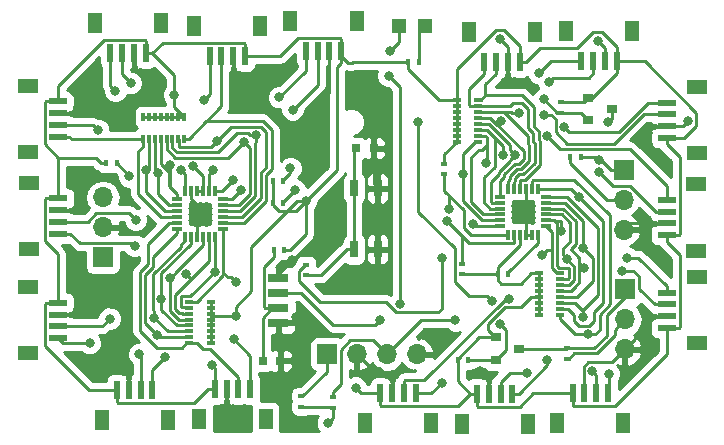
<source format=gtl>
G04 #@! TF.GenerationSoftware,KiCad,Pcbnew,no-vcs-found-ecdfa40~58~ubuntu16.04.1*
G04 #@! TF.CreationDate,2017-03-20T23:24:32+01:00*
G04 #@! TF.ProjectId,GhostSensorboard,47686F737453656E736F72626F617264,rev?*
G04 #@! TF.FileFunction,Copper,L1,Top,Signal*
G04 #@! TF.FilePolarity,Positive*
%FSLAX46Y46*%
G04 Gerber Fmt 4.6, Leading zero omitted, Abs format (unit mm)*
G04 Created by KiCad (PCBNEW no-vcs-found-ecdfa40~58~ubuntu16.04.1) date Mon Mar 20 23:24:32 2017*
%MOMM*%
%LPD*%
G01*
G04 APERTURE LIST*
%ADD10C,0.100000*%
%ADD11R,1.800000X0.800000*%
%ADD12R,0.800000X0.750000*%
%ADD13R,1.200000X1.200000*%
%ADD14O,1.700000X1.700000*%
%ADD15R,1.700000X1.700000*%
%ADD16R,0.900000X0.800000*%
%ADD17R,0.800000X0.300000*%
%ADD18R,0.300000X0.800000*%
%ADD19R,0.700000X1.450000*%
%ADD20R,0.850000X0.300000*%
%ADD21R,0.300000X0.850000*%
%ADD22R,1.550000X0.600000*%
%ADD23R,1.800000X1.200000*%
%ADD24R,1.200000X1.800000*%
%ADD25R,0.600000X1.550000*%
%ADD26R,0.600000X0.400000*%
%ADD27R,0.400000X0.600000*%
%ADD28C,0.800000*%
%ADD29C,0.250000*%
%ADD30C,0.254000*%
G04 APERTURE END LIST*
D10*
D11*
X91884500Y-103718360D03*
X91884500Y-102448360D03*
X91884500Y-101178360D03*
X91884500Y-99908360D03*
D12*
X92065540Y-106926380D03*
X90565540Y-106926380D03*
X99960000Y-88940000D03*
X98460000Y-88940000D03*
D13*
X102110000Y-78550000D03*
X104310000Y-78550000D03*
D14*
X77033120Y-93091000D03*
X77033120Y-95631000D03*
D15*
X77033120Y-98171000D03*
X121224040Y-100893880D03*
D14*
X121224040Y-103433880D03*
X121224040Y-105973880D03*
X121122440Y-95844360D03*
X121122440Y-93304360D03*
D15*
X121122440Y-90764360D03*
D16*
X112300000Y-105900000D03*
X110300000Y-106850000D03*
X110300000Y-104950000D03*
X118103900Y-84648000D03*
X118103900Y-86548000D03*
X120103900Y-85598000D03*
D17*
X115750000Y-103020000D03*
X113950000Y-103020000D03*
X115750000Y-99520000D03*
X113950000Y-99520000D03*
X115750000Y-102520000D03*
X115750000Y-102020000D03*
X115750000Y-101520000D03*
X115750000Y-101020000D03*
X115750000Y-100520000D03*
X115750000Y-100020000D03*
X113950000Y-102520000D03*
X113950000Y-102020000D03*
X113950000Y-101520000D03*
X113950000Y-100520000D03*
X113950000Y-101020000D03*
X113950000Y-100020000D03*
X106973800Y-85369080D03*
X106973800Y-86369080D03*
X106973800Y-85869080D03*
X106973800Y-86869080D03*
X106973800Y-87369080D03*
X106973800Y-87869080D03*
X108773800Y-85369080D03*
X108773800Y-85869080D03*
X108773800Y-86369080D03*
X108773800Y-86869080D03*
X108773800Y-87369080D03*
X108773800Y-87869080D03*
X106973800Y-84869080D03*
X108773800Y-84869080D03*
X106973800Y-88369080D03*
X108773800Y-88369080D03*
X86142400Y-104942960D03*
X86142400Y-103942960D03*
X86142400Y-104442960D03*
X86142400Y-103442960D03*
X86142400Y-102942960D03*
X86142400Y-102442960D03*
X84342400Y-104942960D03*
X84342400Y-104442960D03*
X84342400Y-103942960D03*
X84342400Y-103442960D03*
X84342400Y-102942960D03*
X84342400Y-102442960D03*
X86142400Y-105442960D03*
X84342400Y-105442960D03*
X86142400Y-101942960D03*
X84342400Y-101942960D03*
D18*
X80421540Y-88113440D03*
X80421540Y-86313440D03*
X83921540Y-88113440D03*
X83921540Y-86313440D03*
X80921540Y-88113440D03*
X81421540Y-88113440D03*
X81921540Y-88113440D03*
X82421540Y-88113440D03*
X82921540Y-88113440D03*
X83421540Y-88113440D03*
X80921540Y-86313440D03*
X81421540Y-86313440D03*
X81921540Y-86313440D03*
X82921540Y-86313440D03*
X82421540Y-86313440D03*
X83421540Y-86313440D03*
D19*
X100310000Y-92340000D03*
X100310000Y-97500000D03*
X98310000Y-97500000D03*
X98310000Y-92340000D03*
D20*
X114558360Y-95544960D03*
X114558360Y-95044960D03*
X114558360Y-94544960D03*
X114558360Y-94044960D03*
X114558360Y-93544960D03*
X114558360Y-93044960D03*
D21*
X113858360Y-92344960D03*
X113358360Y-92344960D03*
X112858360Y-92344960D03*
X112358360Y-92344960D03*
X111858360Y-92344960D03*
X111358360Y-92344960D03*
D20*
X110658360Y-93044960D03*
X110658360Y-93544960D03*
X110658360Y-94044960D03*
X110658360Y-94544960D03*
X110658360Y-95044960D03*
X110658360Y-95544960D03*
D21*
X111358360Y-96244960D03*
X111858360Y-96244960D03*
X112358360Y-96244960D03*
X112858360Y-96244960D03*
X113358360Y-96244960D03*
X113858360Y-96244960D03*
D22*
X124767220Y-101159180D03*
X124767220Y-102159180D03*
X124767220Y-103159180D03*
X124767220Y-104159180D03*
D23*
X127292220Y-99859180D03*
X127292220Y-105459180D03*
D24*
X115503040Y-112217320D03*
X121103040Y-112217320D03*
D25*
X116803040Y-109692320D03*
X117803040Y-109692320D03*
X118803040Y-109692320D03*
X119803040Y-109692320D03*
X111697900Y-109738040D03*
X110697900Y-109738040D03*
X109697900Y-109738040D03*
X108697900Y-109738040D03*
D24*
X112997900Y-112263040D03*
X107397900Y-112263040D03*
X99219100Y-112204620D03*
X104819100Y-112204620D03*
D25*
X100519100Y-109679620D03*
X101519100Y-109679620D03*
X102519100Y-109679620D03*
X103519100Y-109679620D03*
D21*
X84007640Y-92548160D03*
X84507640Y-92548160D03*
X85007640Y-92548160D03*
X85507640Y-92548160D03*
X86007640Y-92548160D03*
X86507640Y-92548160D03*
D20*
X87207640Y-93248160D03*
X87207640Y-93748160D03*
X87207640Y-94248160D03*
X87207640Y-94748160D03*
X87207640Y-95248160D03*
X87207640Y-95748160D03*
D21*
X86507640Y-96448160D03*
X86007640Y-96448160D03*
X85507640Y-96448160D03*
X85007640Y-96448160D03*
X84507640Y-96448160D03*
X84007640Y-96448160D03*
D20*
X83307640Y-95748160D03*
X83307640Y-95248160D03*
X83307640Y-94748160D03*
X83307640Y-94248160D03*
X83307640Y-93748160D03*
X83307640Y-93248160D03*
D25*
X109307500Y-81625560D03*
X110307500Y-81625560D03*
X111307500Y-81625560D03*
X112307500Y-81625560D03*
D24*
X108007500Y-79100560D03*
X113607500Y-79100560D03*
D23*
X127302380Y-89368280D03*
X127302380Y-83768280D03*
D22*
X124777380Y-88068280D03*
X124777380Y-87068280D03*
X124777380Y-86068280D03*
X124777380Y-85068280D03*
X124762140Y-93302960D03*
X124762140Y-94302960D03*
X124762140Y-95302960D03*
X124762140Y-96302960D03*
D23*
X127287140Y-92002960D03*
X127287140Y-97602960D03*
D24*
X121839640Y-79029440D03*
X116239640Y-79029440D03*
D25*
X120539640Y-81554440D03*
X119539640Y-81554440D03*
X118539640Y-81554440D03*
X117539640Y-81554440D03*
X77670400Y-80886300D03*
X78670400Y-80886300D03*
X79670400Y-80886300D03*
X80670400Y-80886300D03*
D24*
X76370400Y-78361300D03*
X81970400Y-78361300D03*
D23*
X70680460Y-83676840D03*
X70680460Y-89276840D03*
D22*
X73205460Y-84976840D03*
X73205460Y-85976840D03*
X73205460Y-86976840D03*
X73205460Y-87976840D03*
D24*
X85208460Y-111849020D03*
X90808460Y-111849020D03*
D25*
X86508460Y-109324020D03*
X87508460Y-109324020D03*
X88508460Y-109324020D03*
X89508460Y-109324020D03*
X81215360Y-109405300D03*
X80215360Y-109405300D03*
X79215360Y-109405300D03*
X78215360Y-109405300D03*
D24*
X82515360Y-111930300D03*
X76915360Y-111930300D03*
D23*
X70700780Y-100712620D03*
X70700780Y-106312620D03*
D22*
X73225780Y-102012620D03*
X73225780Y-103012620D03*
X73225780Y-104012620D03*
X73225780Y-105012620D03*
X73258800Y-96183580D03*
X73258800Y-95183580D03*
X73258800Y-94183580D03*
X73258800Y-93183580D03*
D23*
X70733800Y-97483580D03*
X70733800Y-91883580D03*
D24*
X90369040Y-78579860D03*
X84769040Y-78579860D03*
D25*
X89069040Y-81104860D03*
X88069040Y-81104860D03*
X87069040Y-81104860D03*
X86069040Y-81104860D03*
X94206060Y-80678020D03*
X95206060Y-80678020D03*
X96206060Y-80678020D03*
X97206060Y-80678020D03*
D24*
X92906060Y-78153020D03*
X98506060Y-78153020D03*
D26*
X105950000Y-90240000D03*
X105950000Y-91140000D03*
D27*
X91498000Y-97574100D03*
X92398000Y-97574100D03*
X107058040Y-106847640D03*
X107958040Y-106847640D03*
D26*
X94244160Y-98800500D03*
X94244160Y-99700500D03*
D27*
X103770000Y-81660000D03*
X102870000Y-81660000D03*
D26*
X116367560Y-105864240D03*
X116367560Y-106764240D03*
X115798600Y-85013380D03*
X115798600Y-85913380D03*
D27*
X117480500Y-89649300D03*
X116580500Y-89649300D03*
X92293860Y-93606620D03*
X91393860Y-93606620D03*
X92309100Y-91688920D03*
X91409100Y-91688920D03*
D26*
X107430000Y-98710000D03*
X107430000Y-99610000D03*
D27*
X111350000Y-99550000D03*
X110450000Y-99550000D03*
X77296860Y-90200480D03*
X78196860Y-90200480D03*
D26*
X93830000Y-109920000D03*
X93830000Y-110820000D03*
X96550480Y-109994280D03*
X96550480Y-110894280D03*
D14*
X103621840Y-106365040D03*
X101081840Y-106365040D03*
X98541840Y-106365040D03*
D15*
X96001840Y-106365040D03*
D28*
X112260000Y-94260000D03*
X85400000Y-94670000D03*
X88750000Y-92460000D03*
X99880000Y-99140000D03*
X108930000Y-107830000D03*
X126560000Y-86670000D03*
X118910000Y-79830000D03*
X110630000Y-79650000D03*
X95580000Y-84850000D03*
X89340000Y-84000000D03*
X75650000Y-85050000D03*
X74680000Y-92170000D03*
X75260000Y-100620000D03*
X87400000Y-111620000D03*
X108330000Y-95330000D03*
X93390000Y-103230000D03*
X93030000Y-98420000D03*
X84683454Y-90463473D03*
X83090000Y-84410000D03*
X98420000Y-109200000D03*
X88270000Y-103160000D03*
X86290000Y-107300000D03*
X94210000Y-93430000D03*
X96070000Y-112220000D03*
X79270000Y-91310000D03*
X83670000Y-90740000D03*
X114240000Y-97970000D03*
X120990000Y-99290000D03*
X118129979Y-104682037D03*
X105700000Y-108790000D03*
X115819246Y-95966478D03*
X121372660Y-98187340D03*
X118454990Y-107787660D03*
X116365821Y-98319597D03*
X119880000Y-108040000D03*
X117790000Y-99070000D03*
X117676781Y-97423477D03*
X112910000Y-107950000D03*
X117680006Y-103239309D03*
X114670000Y-106870000D03*
X117357310Y-93076346D03*
X111420000Y-101660000D03*
X114760000Y-83360000D03*
X109470000Y-90190000D03*
X114644314Y-87875376D03*
X110899998Y-89500000D03*
X118996720Y-90934004D03*
X111918531Y-89519687D03*
X110740000Y-86620000D03*
X116094326Y-87150366D03*
X112270000Y-85950000D03*
X114390023Y-86086252D03*
X107489987Y-91110000D03*
X113960000Y-82590000D03*
X81352352Y-103279988D03*
X80080000Y-106390000D03*
X81583305Y-104730000D03*
X88110000Y-105120000D03*
X80699157Y-90789359D03*
X76630000Y-87388430D03*
X81665427Y-91046939D03*
X78090000Y-84070000D03*
X81992367Y-101735010D03*
X82290000Y-106610000D03*
X82747949Y-90352899D03*
X79420000Y-83410000D03*
X82751349Y-99945011D03*
X77600000Y-103370000D03*
X88950000Y-88410000D03*
X91950000Y-84620000D03*
X75900000Y-105440000D03*
X84070000Y-99620000D03*
X86507640Y-99391315D03*
X79810000Y-95000000D03*
X88310000Y-100270000D03*
X79720000Y-97190000D03*
X86700000Y-88292851D03*
X85570000Y-84880000D03*
X90030000Y-87823588D03*
X93090000Y-85660000D03*
X105730000Y-98259590D03*
X100507660Y-103492340D03*
X106880000Y-103510000D03*
X106170000Y-95120000D03*
X106320000Y-94060000D03*
X93290000Y-92480000D03*
X88037681Y-91659590D03*
X114370000Y-84800000D03*
X119012452Y-89934116D03*
X119800000Y-86750000D03*
X110653699Y-103828709D03*
X103730000Y-86720000D03*
X109940000Y-101840000D03*
X92907313Y-90635010D03*
X86336427Y-90754169D03*
X102200000Y-102099989D03*
X101220000Y-82800000D03*
X101340000Y-80690000D03*
D29*
X112854289Y-94130000D02*
X112854289Y-93024031D01*
X112854289Y-95565889D02*
X112854289Y-94130000D01*
X112854289Y-94130000D02*
X112390000Y-94130000D01*
X112390000Y-94130000D02*
X112260000Y-94260000D01*
X85007640Y-94480000D02*
X85007640Y-93708162D01*
X85007640Y-96448160D02*
X85007640Y-94480000D01*
X85007640Y-94480000D02*
X85210000Y-94480000D01*
X85210000Y-94480000D02*
X85400000Y-94670000D01*
X87961840Y-93248160D02*
X88750000Y-92460000D01*
X87207640Y-93248160D02*
X87961840Y-93248160D01*
X100310000Y-97500000D02*
X100310000Y-98710000D01*
X100310000Y-98710000D02*
X99880000Y-99140000D01*
X109697900Y-109738040D02*
X109697900Y-108597900D01*
X109697900Y-108597900D02*
X108930000Y-107830000D01*
X118106988Y-107062658D02*
X120135262Y-107062658D01*
X117803040Y-108667320D02*
X117729988Y-108594268D01*
X117729988Y-108594268D02*
X117729988Y-107439658D01*
X120135262Y-107062658D02*
X121224040Y-105973880D01*
X117729988Y-107439658D02*
X118106988Y-107062658D01*
X117803040Y-109692320D02*
X117803040Y-108667320D01*
X124777380Y-87068280D02*
X126161720Y-87068280D01*
X126161720Y-87068280D02*
X126560000Y-86670000D01*
X119539640Y-81554440D02*
X119539640Y-80459640D01*
X119539640Y-80459640D02*
X118910000Y-79830000D01*
X111307500Y-81625560D02*
X111307500Y-80327500D01*
X111307500Y-80327500D02*
X110630000Y-79650000D01*
X96206060Y-80678020D02*
X96206060Y-84223940D01*
X96206060Y-84223940D02*
X95580000Y-84850000D01*
X88069040Y-81104860D02*
X88069040Y-82729040D01*
X88069040Y-82729040D02*
X89340000Y-84000000D01*
X73205460Y-85976840D02*
X74723160Y-85976840D01*
X74723160Y-85976840D02*
X75650000Y-85050000D01*
X73258800Y-94183580D02*
X74283800Y-94183580D01*
X74283800Y-94183580D02*
X74680000Y-93787380D01*
X74680000Y-93787380D02*
X74680000Y-92170000D01*
X73225780Y-103012620D02*
X74250780Y-103012620D01*
X74250780Y-103012620D02*
X75260000Y-102003400D01*
X75260000Y-102003400D02*
X75260000Y-100620000D01*
X87508460Y-109324020D02*
X87508460Y-111511540D01*
X87508460Y-111511540D02*
X87400000Y-111620000D01*
X124762140Y-95302960D02*
X121663840Y-95302960D01*
X121663840Y-95302960D02*
X121122440Y-95844360D01*
X110658360Y-95544960D02*
X108544960Y-95544960D01*
X108544960Y-95544960D02*
X108330000Y-95330000D01*
X112854289Y-93024031D02*
X112858360Y-93019960D01*
X112858360Y-95569960D02*
X112854289Y-95565889D01*
X112858360Y-93019960D02*
X112858360Y-92344960D01*
X112858360Y-96244960D02*
X112858360Y-95569960D01*
X121224040Y-105973880D02*
X122074039Y-105123881D01*
X122074039Y-105123881D02*
X122074039Y-104827361D01*
X122074039Y-104827361D02*
X123742220Y-103159180D01*
X123742220Y-103159180D02*
X124767220Y-103159180D01*
X98541840Y-106365040D02*
X99716841Y-107540041D01*
X100404521Y-107540041D02*
X101519100Y-108654620D01*
X99716841Y-107540041D02*
X100404521Y-107540041D01*
X101519100Y-108654620D02*
X101519100Y-109679620D01*
X92065540Y-106926380D02*
X92065540Y-103899400D01*
X92065540Y-103899400D02*
X91884500Y-103718360D01*
X91884500Y-103718360D02*
X92901640Y-103718360D01*
X92901640Y-103718360D02*
X93390000Y-103230000D01*
X91884500Y-99908360D02*
X91884500Y-99565500D01*
X91884500Y-99565500D02*
X93030000Y-98420000D01*
X100310000Y-97500000D02*
X100310000Y-92340000D01*
X99960000Y-88940000D02*
X99960000Y-91990000D01*
X99960000Y-91990000D02*
X100310000Y-92340000D01*
X113358360Y-96244960D02*
X112858360Y-96244960D01*
X85007640Y-93708162D02*
X84507640Y-93208162D01*
X84507640Y-93208162D02*
X84507640Y-92548160D01*
X91884500Y-102448360D02*
X90734500Y-102448360D01*
X90734500Y-102448360D02*
X90659499Y-102373359D01*
X91498000Y-98124100D02*
X91498000Y-97574100D01*
X90659499Y-102373359D02*
X90659499Y-98962601D01*
X90659499Y-98962601D02*
X91498000Y-98124100D01*
X91884500Y-102448360D02*
X91384500Y-102448360D01*
X91384500Y-102448360D02*
X90565540Y-103267320D01*
X90565540Y-103267320D02*
X90565540Y-106926380D01*
X98310000Y-97500000D02*
X97710000Y-97500000D01*
X97710000Y-97500000D02*
X95509500Y-99700500D01*
X95509500Y-99700500D02*
X94244160Y-99700500D01*
X98310000Y-97500000D02*
X98310000Y-92340000D01*
X98310000Y-92340000D02*
X98310000Y-89090000D01*
X98310000Y-89090000D02*
X98460000Y-88940000D01*
X116878041Y-110792321D02*
X116803040Y-110717320D01*
X124767220Y-104159180D02*
X124767220Y-106388142D01*
X120363041Y-110792321D02*
X116878041Y-110792321D01*
X124767220Y-106388142D02*
X120363041Y-110792321D01*
X116803040Y-110717320D02*
X116803040Y-109692320D01*
X126234724Y-88068280D02*
X124777380Y-88068280D01*
X127285002Y-87018002D02*
X126234724Y-88068280D01*
X127285002Y-85915900D02*
X127285002Y-87018002D01*
X122923542Y-81554440D02*
X127285002Y-85915900D01*
X120539640Y-81554440D02*
X122923542Y-81554440D01*
X120539640Y-80386636D02*
X120539640Y-81554440D01*
X118561998Y-79104998D02*
X119258002Y-79104998D01*
X114028621Y-80454439D02*
X117212557Y-80454439D01*
X119258002Y-79104998D02*
X120539640Y-80386636D01*
X117212557Y-80454439D02*
X118561998Y-79104998D01*
X112857500Y-81625560D02*
X114028621Y-80454439D01*
X112307500Y-81625560D02*
X112857500Y-81625560D01*
X106973800Y-82233196D02*
X106973800Y-84869080D01*
X110281998Y-78924998D02*
X106973800Y-82233196D01*
X110978002Y-78924998D02*
X110281998Y-78924998D01*
X112307500Y-80254496D02*
X110978002Y-78924998D01*
X112307500Y-81625560D02*
X112307500Y-80254496D01*
X109600000Y-104300000D02*
X109600000Y-103857088D01*
X109600000Y-103857088D02*
X111072086Y-102385002D01*
X113300000Y-101520000D02*
X113950000Y-101520000D01*
X110250000Y-104950000D02*
X109600000Y-104300000D01*
X110300000Y-104950000D02*
X110250000Y-104950000D01*
X112434998Y-102385002D02*
X113300000Y-101520000D01*
X111072086Y-102385002D02*
X112434998Y-102385002D01*
X85507640Y-92548160D02*
X85507640Y-91287659D01*
X85507640Y-91287659D02*
X84683454Y-90463473D01*
X105950000Y-90240000D02*
X105950000Y-89392880D01*
X105950000Y-89392880D02*
X106973800Y-88369080D01*
X110450000Y-99000000D02*
X110450000Y-99550000D01*
X112358360Y-97091640D02*
X110450000Y-99000000D01*
X112358360Y-96244960D02*
X112358360Y-97091640D01*
X83090000Y-84410000D02*
X83090000Y-82755900D01*
X81220400Y-80886300D02*
X80670400Y-80886300D01*
X83090000Y-82755900D02*
X81220400Y-80886300D01*
X83421540Y-86313440D02*
X83921540Y-86313440D01*
X83090000Y-84410000D02*
X83090000Y-85481900D01*
X83090000Y-85481900D02*
X83921540Y-86313440D01*
X100519100Y-109679620D02*
X98899620Y-109679620D01*
X98899620Y-109679620D02*
X98420000Y-109200000D01*
X108697900Y-109738040D02*
X108147900Y-109738040D01*
X108147900Y-109738040D02*
X107106319Y-110779621D01*
X107106319Y-110779621D02*
X100594101Y-110779621D01*
X100594101Y-110779621D02*
X100519100Y-110704620D01*
X100519100Y-110704620D02*
X100519100Y-109679620D01*
X107058040Y-106847640D02*
X107058040Y-106747640D01*
X107058040Y-106747640D02*
X108855680Y-104950000D01*
X108855680Y-104950000D02*
X110300000Y-104950000D01*
X107058040Y-108648180D02*
X107058040Y-106847640D01*
X108147900Y-109738040D02*
X107058040Y-108648180D01*
X116803040Y-109692320D02*
X113483618Y-109692320D01*
X108772901Y-110838041D02*
X108697900Y-110763040D01*
X113483618Y-109692320D02*
X112337897Y-110838041D01*
X112337897Y-110838041D02*
X108772901Y-110838041D01*
X108697900Y-110763040D02*
X108697900Y-109738040D01*
X124762140Y-96302960D02*
X124762140Y-96852960D01*
X124762140Y-96852960D02*
X125867221Y-97958041D01*
X125867221Y-97958041D02*
X125867221Y-104084179D01*
X125867221Y-104084179D02*
X125792220Y-104159180D01*
X125792220Y-104159180D02*
X124767220Y-104159180D01*
X124777380Y-88068280D02*
X124777380Y-88618280D01*
X124777380Y-88618280D02*
X125862141Y-89703041D01*
X125862141Y-89703041D02*
X125862141Y-96227959D01*
X125862141Y-96227959D02*
X125787140Y-96302960D01*
X125787140Y-96302960D02*
X124762140Y-96302960D01*
X115798600Y-85013380D02*
X117738520Y-85013380D01*
X117738520Y-85013380D02*
X118103900Y-84648000D01*
X120539640Y-81554440D02*
X120539640Y-82579440D01*
X120539640Y-82579440D02*
X118471080Y-84648000D01*
X118471080Y-84648000D02*
X118103900Y-84648000D01*
X89069040Y-81104860D02*
X92039222Y-81104860D01*
X92039222Y-81104860D02*
X93566063Y-79578019D01*
X97131059Y-79578019D02*
X97206060Y-79653020D01*
X93566063Y-79578019D02*
X97131059Y-79578019D01*
X97206060Y-79653020D02*
X97206060Y-80678020D01*
X82101841Y-80004859D02*
X88994039Y-80004859D01*
X81220400Y-80886300D02*
X82101841Y-80004859D01*
X88994039Y-80004859D02*
X89069040Y-80079860D01*
X89069040Y-80079860D02*
X89069040Y-81104860D01*
X73205460Y-84976840D02*
X73205460Y-83691238D01*
X73205460Y-83691238D02*
X77110399Y-79786299D01*
X80595399Y-79786299D02*
X80670400Y-79861300D01*
X77110399Y-79786299D02*
X80595399Y-79786299D01*
X80670400Y-79861300D02*
X80670400Y-80886300D01*
X77296860Y-90200480D02*
X76846860Y-90200480D01*
X76846860Y-90200480D02*
X76416558Y-89770178D01*
X76416558Y-89770178D02*
X73258800Y-89770178D01*
X73258800Y-93183580D02*
X73258800Y-89770178D01*
X72180460Y-84976840D02*
X73205460Y-84976840D01*
X73258800Y-89770178D02*
X72105459Y-88616837D01*
X72105459Y-88616837D02*
X72105459Y-85051841D01*
X72105459Y-85051841D02*
X72180460Y-84976840D01*
X73225780Y-102012620D02*
X73225780Y-97890558D01*
X73225780Y-97890558D02*
X72158799Y-96823577D01*
X72158799Y-96823577D02*
X72158799Y-93258581D01*
X72158799Y-93258581D02*
X72233800Y-93183580D01*
X72233800Y-93183580D02*
X73258800Y-93183580D01*
X78215360Y-109405300D02*
X75878462Y-109405300D01*
X75878462Y-109405300D02*
X72125779Y-105652617D01*
X72125779Y-105652617D02*
X72125779Y-102087621D01*
X72125779Y-102087621D02*
X72200780Y-102012620D01*
X72200780Y-102012620D02*
X73225780Y-102012620D01*
X78215360Y-109405300D02*
X78215360Y-110430300D01*
X78215360Y-110430300D02*
X78290361Y-110505301D01*
X78290361Y-110505301D02*
X84777179Y-110505301D01*
X84777179Y-110505301D02*
X85958460Y-109324020D01*
X85958460Y-109324020D02*
X86508460Y-109324020D01*
X106973800Y-87869080D02*
X106973800Y-88369080D01*
X106973800Y-87369080D02*
X106973800Y-87869080D01*
X106973800Y-86869080D02*
X106973800Y-87369080D01*
X106973800Y-86369080D02*
X106973800Y-86869080D01*
X106973800Y-86369080D02*
X106973800Y-85869080D01*
X106973800Y-85369080D02*
X106973800Y-85869080D01*
X106973800Y-85369080D02*
X106973800Y-84869080D01*
X89590000Y-97300000D02*
X93460000Y-93430000D01*
X93460000Y-93430000D02*
X94210000Y-93430000D01*
X89590000Y-101030000D02*
X89590000Y-97300000D01*
X88270000Y-102350000D02*
X89590000Y-101030000D01*
X88270000Y-103160000D02*
X88270000Y-102350000D01*
X86142400Y-104942960D02*
X86142400Y-105442960D01*
X86142400Y-104942960D02*
X86142400Y-104442960D01*
X86142400Y-103942960D02*
X86142400Y-104442960D01*
X86142400Y-103442960D02*
X86142400Y-103942960D01*
X86142400Y-103442960D02*
X86142400Y-102942960D01*
X86142400Y-102442960D02*
X86142400Y-102942960D01*
X86142400Y-101942960D02*
X86142400Y-102442960D01*
X88270000Y-103160000D02*
X86359440Y-103160000D01*
X86359440Y-103160000D02*
X86142400Y-102942960D01*
X86508460Y-109324020D02*
X86508460Y-107518460D01*
X86508460Y-107518460D02*
X86290000Y-107300000D01*
X82921540Y-86313440D02*
X83421540Y-86313440D01*
X82421540Y-86313440D02*
X82921540Y-86313440D01*
X81921540Y-86313440D02*
X82421540Y-86313440D01*
X81421540Y-86313440D02*
X81921540Y-86313440D01*
X80921540Y-86313440D02*
X81421540Y-86313440D01*
X80421540Y-86313440D02*
X80921540Y-86313440D01*
X102870000Y-81660000D02*
X98188040Y-81660000D01*
X97756060Y-81703020D02*
X97206060Y-81153020D01*
X98188040Y-81660000D02*
X98145020Y-81703020D01*
X98145020Y-81703020D02*
X97756060Y-81703020D01*
X97206060Y-81153020D02*
X97206060Y-80678020D01*
X106973800Y-84869080D02*
X105529080Y-84869080D01*
X105529080Y-84869080D02*
X102870000Y-82210000D01*
X102870000Y-82210000D02*
X102870000Y-81660000D01*
X94210000Y-93430000D02*
X96831061Y-90808939D01*
X96831061Y-90808939D02*
X96831061Y-82078019D01*
X96831061Y-82078019D02*
X97206060Y-81703020D01*
X97206060Y-81703020D02*
X97206060Y-80678020D01*
X94210000Y-93430000D02*
X94210000Y-96212100D01*
X94210000Y-96212100D02*
X92848000Y-97574100D01*
X92848000Y-97574100D02*
X92398000Y-97574100D01*
X91393860Y-93606620D02*
X91393860Y-93706620D01*
X91393860Y-93706620D02*
X91918861Y-94231621D01*
X91918861Y-94231621D02*
X93408379Y-94231621D01*
X93408379Y-94231621D02*
X94210000Y-93430000D01*
X91393860Y-93606620D02*
X91393860Y-91704160D01*
X91393860Y-91704160D02*
X91409100Y-91688920D01*
X85007640Y-92548160D02*
X85507640Y-92548160D01*
X107430000Y-99610000D02*
X110390000Y-99610000D01*
X110390000Y-99610000D02*
X110450000Y-99550000D01*
X113950000Y-102520000D02*
X113950000Y-103020000D01*
X113950000Y-102020000D02*
X113950000Y-102520000D01*
X113950000Y-101520000D02*
X113950000Y-102020000D01*
X113950000Y-101020000D02*
X113950000Y-101520000D01*
X113950000Y-100520000D02*
X113950000Y-101020000D01*
X113950000Y-100020000D02*
X113950000Y-100520000D01*
X113950000Y-100020000D02*
X113950000Y-99520000D01*
X110450000Y-99550000D02*
X110450000Y-100100000D01*
X110450000Y-100100000D02*
X110770000Y-100420000D01*
X110770000Y-100420000D02*
X112400000Y-100420000D01*
X112400000Y-100420000D02*
X113300000Y-99520000D01*
X113300000Y-99520000D02*
X113950000Y-99520000D01*
X103770000Y-81660000D02*
X103770000Y-79090000D01*
X103770000Y-79090000D02*
X104310000Y-78550000D01*
X120374041Y-104775959D02*
X120374041Y-104283879D01*
X116917560Y-106314240D02*
X118835760Y-106314240D01*
X120374041Y-104283879D02*
X121224040Y-103433880D01*
X118835760Y-106314240D02*
X120374041Y-104775959D01*
X116467560Y-106764240D02*
X116917560Y-106314240D01*
X116367560Y-106764240D02*
X116467560Y-106764240D01*
X121122440Y-93304360D02*
X119685560Y-93304360D01*
X119685560Y-93304360D02*
X116580500Y-90199300D01*
X116580500Y-90199300D02*
X116580500Y-89649300D01*
X96550480Y-110894280D02*
X96550480Y-111739520D01*
X96550480Y-111739520D02*
X96070000Y-112220000D01*
X93830000Y-110820000D02*
X96476200Y-110820000D01*
X96476200Y-110820000D02*
X96550480Y-110894280D01*
X113858360Y-96941640D02*
X113858360Y-96244960D01*
X111350000Y-99450000D02*
X113858360Y-96941640D01*
X111350000Y-99550000D02*
X111350000Y-99450000D01*
X79270000Y-91310000D02*
X79270000Y-91273620D01*
X79270000Y-91273620D02*
X78196860Y-90200480D01*
X84007640Y-92548160D02*
X84007640Y-91077640D01*
X84007640Y-91077640D02*
X83670000Y-90740000D01*
X114558360Y-95544960D02*
X115045012Y-96031612D01*
X115045012Y-96031612D02*
X115045012Y-96431612D01*
X115045012Y-96431612D02*
X115045012Y-97540000D01*
X115045012Y-97540000D02*
X115045012Y-99065012D01*
X114240000Y-97970000D02*
X114639999Y-97570001D01*
X114639999Y-97570001D02*
X115015011Y-97570001D01*
X115015011Y-97570001D02*
X115045012Y-97540000D01*
X115045012Y-99065012D02*
X115500000Y-99520000D01*
X115500000Y-99520000D02*
X115750000Y-99520000D01*
X124767220Y-102159180D02*
X123742220Y-102159180D01*
X123742220Y-102159180D02*
X122399041Y-100816001D01*
X122399041Y-100816001D02*
X122399041Y-99783879D01*
X122399041Y-99783879D02*
X121905162Y-99290000D01*
X121905162Y-99290000D02*
X120990000Y-99290000D01*
X119095013Y-104282688D02*
X118695664Y-104682037D01*
X113358360Y-92344960D02*
X113358360Y-91669960D01*
X119095013Y-103014402D02*
X119095013Y-104282688D01*
X119947439Y-102161976D02*
X119095013Y-103014402D01*
X119947439Y-94613473D02*
X119947439Y-102161976D01*
X113358360Y-91669960D02*
X113433361Y-91594959D01*
X113433361Y-91594959D02*
X116928925Y-91594959D01*
X118695664Y-104682037D02*
X118129979Y-104682037D01*
X116928925Y-91594959D02*
X119947439Y-94613473D01*
X115750000Y-103420000D02*
X117012037Y-104682037D01*
X115750000Y-103020000D02*
X115750000Y-103420000D01*
X117564294Y-104682037D02*
X118129979Y-104682037D01*
X117012037Y-104682037D02*
X117564294Y-104682037D01*
X103519100Y-109679620D02*
X104810380Y-109679620D01*
X104810380Y-109679620D02*
X105700000Y-108790000D01*
X115820000Y-95110000D02*
X115820000Y-95965724D01*
X115820000Y-95965724D02*
X115819246Y-95966478D01*
X115308360Y-95119960D02*
X115810040Y-95119960D01*
X115810040Y-95119960D02*
X115820000Y-95110000D01*
X115495023Y-95306623D02*
X115495023Y-98878613D01*
X115495023Y-98878613D02*
X115661409Y-99044999D01*
X115308360Y-95119960D02*
X115495023Y-95306623D01*
X116475001Y-99930001D02*
X116385002Y-100020000D01*
X116410001Y-99044999D02*
X116475001Y-99109999D01*
X115661409Y-99044999D02*
X116410001Y-99044999D01*
X116385002Y-100020000D02*
X115750000Y-100020000D01*
X116475001Y-99109999D02*
X116475001Y-99930001D01*
X124767220Y-101159180D02*
X124767220Y-100609180D01*
X122345380Y-98187340D02*
X121372660Y-98187340D01*
X124767220Y-100609180D02*
X122345380Y-98187340D01*
X114558360Y-95044960D02*
X115233360Y-95044960D01*
X115233360Y-95044960D02*
X115308360Y-95119960D01*
X115965822Y-97919598D02*
X116365821Y-98319597D01*
X115965822Y-97467180D02*
X115965822Y-97919598D01*
X114558360Y-94544960D02*
X115891371Y-94544960D01*
X116615001Y-95268590D02*
X116615001Y-96818001D01*
X115891371Y-94544960D02*
X116615001Y-95268590D01*
X116615001Y-96818001D02*
X115965822Y-97467180D01*
X118803040Y-109692320D02*
X118803040Y-108135710D01*
X118803040Y-108135710D02*
X118454990Y-107787660D01*
X116365821Y-98364408D02*
X116365821Y-98319597D01*
X116925011Y-100116401D02*
X116925011Y-98923599D01*
X116925011Y-98923599D02*
X116365821Y-98364408D01*
X116521412Y-100520000D02*
X116925011Y-100116401D01*
X115750000Y-100520000D02*
X116521412Y-100520000D01*
X117065012Y-95082190D02*
X117065012Y-97034401D01*
X116625070Y-97474343D02*
X117375023Y-98224296D01*
X114558360Y-94044960D02*
X116027782Y-94044960D01*
X116027782Y-94044960D02*
X117065012Y-95082190D01*
X117065012Y-97034401D02*
X116625070Y-97474343D01*
X119880000Y-108040000D02*
X119880000Y-109615360D01*
X119880000Y-109615360D02*
X119803040Y-109692320D01*
X117375023Y-98655023D02*
X117790000Y-99070000D01*
X117375023Y-98224296D02*
X117375023Y-98655023D01*
X117375022Y-100302801D02*
X117020000Y-100657824D01*
X117020000Y-100657824D02*
X116657824Y-101020000D01*
X117375023Y-98224296D02*
X117375022Y-100302801D01*
X116657824Y-101020000D02*
X115750000Y-101020000D01*
X117676781Y-96857792D02*
X117676781Y-97423477D01*
X117676781Y-95057548D02*
X117676781Y-96857792D01*
X114558360Y-93544960D02*
X116164193Y-93544960D01*
X116164193Y-93544960D02*
X117676781Y-95057548D01*
X117136996Y-101520000D02*
X118515002Y-100141994D01*
X118515002Y-98261698D02*
X118076780Y-97823476D01*
X115750000Y-101520000D02*
X117136996Y-101520000D01*
X118515002Y-100141994D02*
X118515002Y-98261698D01*
X118076780Y-97823476D02*
X117676781Y-97423477D01*
X110697900Y-109738040D02*
X110697900Y-108713040D01*
X110697900Y-108713040D02*
X111460940Y-107950000D01*
X111460940Y-107950000D02*
X112910000Y-107950000D01*
X118965013Y-101359302D02*
X117700000Y-102624315D01*
X118965013Y-95709369D02*
X118965013Y-101359302D01*
X116300604Y-93044960D02*
X118965013Y-95709369D01*
X114558360Y-93044960D02*
X116300604Y-93044960D01*
X117680006Y-102644309D02*
X117680006Y-102673624D01*
X117680006Y-102673624D02*
X117680006Y-103239309D01*
X117700000Y-102624315D02*
X117680006Y-102644309D01*
X117604900Y-102624315D02*
X117700000Y-102624315D01*
X115750000Y-102020000D02*
X117000585Y-102020000D01*
X117000585Y-102020000D02*
X117604900Y-102624315D01*
X111697900Y-109738040D02*
X112247900Y-109738040D01*
X112247900Y-109738040D02*
X114670000Y-107315940D01*
X114670000Y-107315940D02*
X114670000Y-106870000D01*
X117331996Y-103965002D02*
X117774551Y-103965002D01*
X116957311Y-92676347D02*
X117357310Y-93076346D01*
X117757309Y-93476345D02*
X117357310Y-93076346D01*
X119415024Y-95134060D02*
X117757309Y-93476345D01*
X113858360Y-92344960D02*
X116625924Y-92344960D01*
X117782517Y-103957036D02*
X118225968Y-103957036D01*
X118645002Y-102828002D02*
X119415024Y-102057980D01*
X116625924Y-92344960D02*
X116957311Y-92676347D01*
X118225968Y-103957036D02*
X118645002Y-103538002D01*
X116954996Y-103074996D02*
X116954996Y-103588002D01*
X115750000Y-102520000D02*
X116400000Y-102520000D01*
X119415024Y-102057980D02*
X119415024Y-95134060D01*
X118645002Y-103538002D02*
X118645002Y-102828002D01*
X116400000Y-102520000D02*
X116954996Y-103074996D01*
X116954996Y-103588002D02*
X117331996Y-103965002D01*
X117774551Y-103965002D02*
X117782517Y-103957036D01*
X104241059Y-108579619D02*
X111160678Y-101660000D01*
X102519100Y-109679620D02*
X102519100Y-108654620D01*
X102519100Y-108654620D02*
X102594101Y-108579619D01*
X102594101Y-108579619D02*
X104241059Y-108579619D01*
X111160678Y-101660000D02*
X111420000Y-101660000D01*
X114760000Y-83360000D02*
X115159999Y-82960001D01*
X118539640Y-82579440D02*
X118539640Y-81554440D01*
X115159999Y-82960001D02*
X118159079Y-82960001D01*
X118159079Y-82960001D02*
X118539640Y-82579440D01*
X109545012Y-88510000D02*
X109545012Y-88005290D01*
X109545012Y-88645575D02*
X109545012Y-88510000D01*
X109545012Y-88510000D02*
X109545012Y-90114988D01*
X109545012Y-90114988D02*
X109470000Y-90190000D01*
X108214988Y-89695599D02*
X108855599Y-89054988D01*
X109135599Y-89054988D02*
X109545012Y-88645575D01*
X108214988Y-93512168D02*
X108214988Y-89695599D01*
X109247780Y-94544960D02*
X108214988Y-93512168D01*
X108855599Y-89054988D02*
X109135599Y-89054988D01*
X109545012Y-88005290D02*
X109408802Y-87869080D01*
X109408802Y-87869080D02*
X108773800Y-87869080D01*
X110658360Y-94544960D02*
X109247780Y-94544960D01*
X110195002Y-88018869D02*
X109948812Y-87772679D01*
X110658360Y-94044960D02*
X109846949Y-94044960D01*
X109321999Y-93520010D02*
X109321999Y-91411005D01*
X109846949Y-94044960D02*
X109321999Y-93520010D01*
X110195002Y-90538002D02*
X110195002Y-88018869D01*
X109321999Y-91411005D02*
X110195002Y-90538002D01*
X115768958Y-89000020D02*
X114644314Y-87875376D01*
X124762140Y-92119058D02*
X121643102Y-89000020D01*
X124762140Y-93302960D02*
X124762140Y-92119058D01*
X121643102Y-89000020D02*
X115768958Y-89000020D01*
X110899998Y-88723865D02*
X110899998Y-89500000D01*
X109948812Y-87772679D02*
X110899998Y-88723865D01*
X109948812Y-87772679D02*
X109545213Y-87369080D01*
X109545213Y-87369080D02*
X108773800Y-87369080D01*
X110658360Y-94044960D02*
X110633361Y-94019961D01*
X120192075Y-92129359D02*
X118996720Y-90934004D01*
X124762140Y-94302960D02*
X123860042Y-94302960D01*
X123860042Y-94302960D02*
X121686441Y-92129359D01*
X121686441Y-92129359D02*
X120192075Y-92129359D01*
X109908359Y-93469959D02*
X109908359Y-91824643D01*
X111518532Y-88685528D02*
X111518532Y-89119688D01*
X108773800Y-86869080D02*
X109702084Y-86869080D01*
X111518532Y-89919686D02*
X111918531Y-89519687D01*
X111518532Y-89119688D02*
X111918531Y-89519687D01*
X110583315Y-90914359D02*
X111518532Y-89979142D01*
X110583315Y-91149687D02*
X110583315Y-90914359D01*
X111518532Y-89979142D02*
X111518532Y-89919686D01*
X109908359Y-91824643D02*
X110583315Y-91149687D01*
X109983360Y-93544960D02*
X109908359Y-93469959D01*
X110658360Y-93544960D02*
X109983360Y-93544960D01*
X109702084Y-86869080D02*
X111518532Y-88685528D01*
X111033326Y-91100759D02*
X111033326Y-91336087D01*
X111033326Y-91336087D02*
X110658360Y-91711053D01*
X110182486Y-86710000D02*
X112651457Y-89178972D01*
X112651457Y-89178972D02*
X112651457Y-89831220D01*
X110658360Y-91711053D02*
X110658360Y-93044960D01*
X112237751Y-90244926D02*
X111889159Y-90244926D01*
X112651457Y-89831220D02*
X112237751Y-90244926D01*
X111889159Y-90244926D02*
X111033326Y-91100759D01*
X109841566Y-86369080D02*
X110182486Y-86710000D01*
X110650000Y-86710000D02*
X110182486Y-86710000D01*
X110740000Y-86620000D02*
X110650000Y-86710000D01*
X116494325Y-87550365D02*
X116094326Y-87150366D01*
X124777380Y-85068280D02*
X123171720Y-85068280D01*
X120689635Y-87550365D02*
X116494325Y-87550365D01*
X123171720Y-85068280D02*
X120689635Y-87550365D01*
X108773800Y-86369080D02*
X109841566Y-86369080D01*
X113125009Y-89994079D02*
X112424151Y-90694937D01*
X111483337Y-91544983D02*
X111358360Y-91669960D01*
X111358360Y-91669960D02*
X111358360Y-92344960D01*
X113019290Y-88596178D02*
X113125009Y-88701897D01*
X110004934Y-85869080D02*
X111019080Y-85869080D01*
X113019290Y-87869291D02*
X113019290Y-88596178D01*
X111019080Y-85869080D02*
X113019290Y-87869291D01*
X112424151Y-90694937D02*
X112075559Y-90694937D01*
X111483337Y-91287159D02*
X111483337Y-91544983D01*
X113125009Y-88701897D02*
X113125009Y-89994079D01*
X112075559Y-90694937D02*
X111483337Y-91287159D01*
X111704315Y-85950000D02*
X112270000Y-85950000D01*
X110004934Y-85869080D02*
X111623395Y-85869080D01*
X111623395Y-85869080D02*
X111704315Y-85950000D01*
X114955708Y-86086252D02*
X114390023Y-86086252D01*
X122808131Y-86068280D02*
X120326402Y-88550009D01*
X120326402Y-88550009D02*
X116346113Y-88550009D01*
X115369316Y-86499860D02*
X114955708Y-86086252D01*
X115369316Y-87573212D02*
X115369316Y-86499860D01*
X124777380Y-86068280D02*
X122808131Y-86068280D01*
X116346113Y-88550009D02*
X115369316Y-87573212D01*
X108773800Y-85869080D02*
X110004934Y-85869080D01*
X109307500Y-81625560D02*
X109307500Y-82650560D01*
X109307500Y-82650560D02*
X108048799Y-83909261D01*
X108123800Y-85369080D02*
X108773800Y-85369080D01*
X108048799Y-83909261D02*
X108048799Y-85294079D01*
X108048799Y-85294079D02*
X108123800Y-85369080D01*
X111781998Y-85064998D02*
X111477916Y-85369080D01*
X111933348Y-91473559D02*
X112261959Y-91144948D01*
X111933348Y-91731383D02*
X111933348Y-91473559D01*
X112261959Y-91144948D02*
X112610551Y-91144948D01*
X112995002Y-87208592D02*
X112995002Y-85581998D01*
X112478002Y-85064998D02*
X111781998Y-85064998D01*
X111858360Y-92344960D02*
X111858360Y-91806371D01*
X113469301Y-88409778D02*
X113469301Y-87682890D01*
X113575020Y-90180479D02*
X113575020Y-88515497D01*
X112995002Y-85581998D02*
X112478002Y-85064998D01*
X113575020Y-88515497D02*
X113469301Y-88409778D01*
X112610551Y-91144948D02*
X113575020Y-90180479D01*
X111477916Y-85369080D02*
X108773800Y-85369080D01*
X113469301Y-87682890D02*
X112995002Y-87208592D01*
X111858360Y-91806371D02*
X111933348Y-91731383D01*
X107489987Y-89402893D02*
X107489987Y-91110000D01*
X107489987Y-91110000D02*
X107489987Y-93423577D01*
X117539640Y-81554440D02*
X114995560Y-81554440D01*
X114995560Y-81554440D02*
X113960000Y-82590000D01*
X109111370Y-95044960D02*
X110658360Y-95044960D01*
X108773800Y-88369080D02*
X108523800Y-88369080D01*
X108523800Y-88369080D02*
X107489987Y-89402893D01*
X107489987Y-93423577D02*
X109111370Y-95044960D01*
X110307500Y-81625560D02*
X110307500Y-82650560D01*
X110307500Y-82650560D02*
X109423800Y-83534260D01*
X109423800Y-83534260D02*
X109423800Y-84469080D01*
X114025031Y-88329097D02*
X114025031Y-90366879D01*
X112796951Y-91594959D02*
X112448359Y-91594959D01*
X109023800Y-84869080D02*
X109423800Y-84469080D01*
X112383359Y-92319961D02*
X112358360Y-92344960D01*
X113535013Y-87112191D02*
X113919312Y-87496490D01*
X113535013Y-85485598D02*
X113535013Y-87112191D01*
X112448359Y-91594959D02*
X112383359Y-91659959D01*
X114025031Y-90366879D02*
X112796951Y-91594959D01*
X109423800Y-84469080D02*
X112518495Y-84469080D01*
X112383359Y-91659959D02*
X112383359Y-92319961D01*
X113919312Y-88223378D02*
X114025031Y-88329097D01*
X113919312Y-87496490D02*
X113919312Y-88223378D01*
X108773800Y-84869080D02*
X109023800Y-84869080D01*
X112518495Y-84469080D02*
X113535013Y-85485598D01*
X81267362Y-99623128D02*
X81267362Y-102629313D01*
X83607640Y-97123160D02*
X83607640Y-97282850D01*
X84007640Y-96448160D02*
X84007640Y-96723160D01*
X81352352Y-102714303D02*
X81352352Y-103279988D01*
X83607640Y-97282850D02*
X81267362Y-99623128D01*
X84007640Y-96723160D02*
X83607640Y-97123160D01*
X81267362Y-102629313D02*
X81352352Y-102714303D01*
X82515324Y-104442960D02*
X81352352Y-103279988D01*
X84342400Y-104442960D02*
X82515324Y-104442960D01*
X80215360Y-109405300D02*
X80215360Y-106525360D01*
X80215360Y-106525360D02*
X80080000Y-106390000D01*
X81296719Y-98957360D02*
X81296719Y-98159081D01*
X81583305Y-104730000D02*
X80617383Y-103764078D01*
X83307640Y-96148160D02*
X83307640Y-95748160D01*
X80617383Y-99636696D02*
X81296719Y-98957360D01*
X81296719Y-98159081D02*
X83307640Y-96148160D01*
X80617383Y-103764078D02*
X80617383Y-99636696D01*
X84342400Y-104942960D02*
X81796265Y-104942960D01*
X81796265Y-104942960D02*
X81583305Y-104730000D01*
X89508460Y-109324020D02*
X89508460Y-106518460D01*
X89508460Y-106518460D02*
X88110000Y-105120000D01*
X80846708Y-98770960D02*
X80846708Y-97034092D01*
X80167372Y-104387069D02*
X80167372Y-99450296D01*
X82632640Y-95248160D02*
X83307640Y-95248160D01*
X81623263Y-105842960D02*
X80167372Y-104387069D01*
X83692400Y-105842960D02*
X81623263Y-105842960D01*
X84342400Y-105442960D02*
X84092400Y-105442960D01*
X80167372Y-99450296D02*
X80846708Y-98770960D01*
X80846708Y-97034092D02*
X82632640Y-95248160D01*
X84092400Y-105442960D02*
X83692400Y-105842960D01*
X88508460Y-109324020D02*
X88508460Y-108299020D01*
X88508460Y-108299020D02*
X86127401Y-105917961D01*
X86127401Y-105917961D02*
X85467401Y-105917961D01*
X85467401Y-105917961D02*
X84992400Y-105442960D01*
X84992400Y-105442960D02*
X84342400Y-105442960D01*
X79995001Y-92804936D02*
X79995001Y-90961999D01*
X79971538Y-89213442D02*
X80421540Y-88763440D01*
X80421540Y-88763440D02*
X80421540Y-88113440D01*
X79971538Y-90938536D02*
X79971538Y-89213442D01*
X79995001Y-90961999D02*
X79971538Y-90938536D01*
X81938225Y-94748160D02*
X79995001Y-92804936D01*
X83307640Y-94748160D02*
X81938225Y-94748160D01*
X73205460Y-87976840D02*
X74230460Y-87976840D01*
X74367060Y-88113440D02*
X80421540Y-88113440D01*
X74230460Y-87976840D02*
X74367060Y-88113440D01*
X82325158Y-94248160D02*
X80699157Y-92622159D01*
X80699157Y-92622159D02*
X80699157Y-90789359D01*
X80921540Y-90566976D02*
X80699157Y-90789359D01*
X83307640Y-94248160D02*
X82325158Y-94248160D01*
X80921540Y-88113440D02*
X80921540Y-90566976D01*
X76218410Y-86976840D02*
X76630000Y-87388430D01*
X73205460Y-86976840D02*
X76218410Y-86976840D01*
X81421540Y-88763440D02*
X81424159Y-88766059D01*
X81421540Y-88113440D02*
X81421540Y-88763440D01*
X81424159Y-88766059D02*
X81424159Y-90805671D01*
X81424159Y-90805671D02*
X81665427Y-91046939D01*
X81665427Y-92780947D02*
X81665427Y-91046939D01*
X82632640Y-93748160D02*
X81665427Y-92780947D01*
X83307640Y-93748160D02*
X82632640Y-93748160D01*
X77670400Y-80886300D02*
X77670400Y-83650400D01*
X77670400Y-83650400D02*
X78090000Y-84070000D01*
X84507640Y-97022150D02*
X81992367Y-99537423D01*
X84507640Y-96448160D02*
X84507640Y-97022150D01*
X81992367Y-99537423D02*
X81992367Y-101735010D01*
X84342400Y-103942960D02*
X83298166Y-103942960D01*
X81992367Y-102637161D02*
X81992367Y-101735010D01*
X83298166Y-103942960D02*
X81992367Y-102637161D01*
X81215360Y-109405300D02*
X81215360Y-107684640D01*
X81215360Y-107684640D02*
X82290000Y-106610000D01*
X82747949Y-92288469D02*
X82747949Y-90352899D01*
X82594998Y-90920933D02*
X81921540Y-90247475D01*
X81921540Y-90247475D02*
X81921540Y-88113440D01*
X83307640Y-92848160D02*
X82594998Y-92135518D01*
X83307640Y-93248160D02*
X83307640Y-92848160D01*
X83307640Y-92848160D02*
X82747949Y-92288469D01*
X82594998Y-92135518D02*
X82594998Y-90920933D01*
X78670400Y-80886300D02*
X78670400Y-82660400D01*
X78670400Y-82660400D02*
X79420000Y-83410000D01*
X82717377Y-100544668D02*
X82751349Y-100510696D01*
X82717377Y-102725761D02*
X82717377Y-100544668D01*
X83434576Y-103442960D02*
X82717377Y-102725761D01*
X84342400Y-103442960D02*
X83434576Y-103442960D01*
X83151348Y-99545012D02*
X82751349Y-99945011D01*
X85507640Y-96448160D02*
X85507640Y-97154623D01*
X85507640Y-97154623D02*
X83151348Y-99510915D01*
X82751349Y-100510696D02*
X82751349Y-99945011D01*
X83151348Y-99510915D02*
X83151348Y-99545012D01*
X73225780Y-104012620D02*
X76957380Y-104012620D01*
X76957380Y-104012620D02*
X77600000Y-103370000D01*
X89475002Y-88935002D02*
X89475002Y-92808002D01*
X88950000Y-88410000D02*
X89475002Y-88935002D01*
X87882640Y-93748160D02*
X87207640Y-93748160D01*
X89475002Y-92808002D02*
X88534844Y-93748160D01*
X88534844Y-93748160D02*
X87882640Y-93748160D01*
X83138739Y-89738463D02*
X87621537Y-89738463D01*
X82421540Y-89021264D02*
X83138739Y-89738463D01*
X87621537Y-89738463D02*
X88950000Y-88410000D01*
X82421540Y-88113440D02*
X82421540Y-89021264D01*
X94206060Y-80678020D02*
X94206060Y-82363940D01*
X94206060Y-82363940D02*
X91950000Y-84620000D01*
X75900000Y-105440000D02*
X73653160Y-105440000D01*
X73653160Y-105440000D02*
X73225780Y-105012620D01*
X84550000Y-99963947D02*
X84413947Y-99963947D01*
X86007640Y-98506307D02*
X84550000Y-99963947D01*
X84550000Y-99963947D02*
X83167388Y-101346559D01*
X84413947Y-99963947D02*
X84070000Y-99620000D01*
X83737247Y-102867972D02*
X83812235Y-102942960D01*
X83167388Y-102539361D02*
X83495999Y-102867972D01*
X83812235Y-102942960D02*
X84342400Y-102942960D01*
X83495999Y-102867972D02*
X83737247Y-102867972D01*
X83167388Y-101346559D02*
X83167388Y-102539361D01*
X86007640Y-96448160D02*
X86007640Y-98506307D01*
X84317401Y-102417961D02*
X83682399Y-102417961D01*
X83682399Y-101467959D02*
X84430996Y-101467959D01*
X84430996Y-101467959D02*
X86507640Y-99391315D01*
X84342400Y-102442960D02*
X84317401Y-102417961D01*
X83617399Y-102352961D02*
X83617399Y-101532959D01*
X83682399Y-102417961D02*
X83617399Y-102352961D01*
X83617399Y-101532959D02*
X83682399Y-101467959D01*
X73258800Y-95183580D02*
X75741538Y-95183580D01*
X75741538Y-95183580D02*
X76469119Y-94455999D01*
X76469119Y-94455999D02*
X79265999Y-94455999D01*
X79265999Y-94455999D02*
X79810000Y-95000000D01*
X86507640Y-99391315D02*
X86507640Y-96448160D01*
X87232641Y-99702719D02*
X87232641Y-99510000D01*
X87232641Y-99510000D02*
X87232641Y-99043314D01*
X88310000Y-100270000D02*
X87910001Y-99870001D01*
X87910001Y-99870001D02*
X87592642Y-99870001D01*
X87592642Y-99870001D02*
X87232641Y-99510000D01*
X73258800Y-96183580D02*
X74283800Y-96183580D01*
X75096219Y-96995999D02*
X79525999Y-96995999D01*
X74283800Y-96183580D02*
X75096219Y-96995999D01*
X79525999Y-96995999D02*
X79720000Y-97190000D01*
X87207640Y-99018313D02*
X87207640Y-95748160D01*
X87232641Y-99043314D02*
X87207640Y-99018313D01*
X84992400Y-101942960D02*
X87232641Y-99702719D01*
X84342400Y-101942960D02*
X84992400Y-101942960D01*
X90825035Y-93367202D02*
X90825035Y-91187984D01*
X88944077Y-95248160D02*
X90825035Y-93367202D01*
X87207640Y-95248160D02*
X88944077Y-95248160D01*
X90825035Y-91187984D02*
X91330034Y-90682985D01*
X85786404Y-86648576D02*
X84321540Y-88113440D01*
X91330034Y-90682985D02*
X91330034Y-87414209D01*
X90564401Y-86648576D02*
X85786404Y-86648576D01*
X91330034Y-87414209D02*
X90564401Y-86648576D01*
X87069040Y-81104860D02*
X87069040Y-85365940D01*
X87069040Y-85365940D02*
X84321540Y-88113440D01*
X84321540Y-88113440D02*
X83921540Y-88113440D01*
X90378001Y-87098587D02*
X90880023Y-87600609D01*
X87882640Y-94748160D02*
X87207640Y-94748160D01*
X90880023Y-87600609D02*
X90880023Y-90496585D01*
X88807666Y-94748160D02*
X87882640Y-94748160D01*
X90375024Y-91001584D02*
X90375024Y-93180802D01*
X90880023Y-90496585D02*
X90375024Y-91001584D01*
X87894264Y-87098587D02*
X90378001Y-87098587D01*
X86700000Y-88292851D02*
X87894264Y-87098587D01*
X90375024Y-93180802D02*
X88807666Y-94748160D01*
X86154410Y-88838441D02*
X86700000Y-88292851D01*
X83446539Y-88773441D02*
X83511539Y-88838441D01*
X83511539Y-88838441D02*
X86154410Y-88838441D01*
X86069040Y-81104860D02*
X86069040Y-84380960D01*
X86069040Y-84380960D02*
X85570000Y-84880000D01*
X83446539Y-88773441D02*
X83421540Y-88113440D01*
X83421540Y-88113440D02*
X83446539Y-88138439D01*
X83446539Y-88138439D02*
X83446539Y-88773441D01*
X90030000Y-88389273D02*
X90030000Y-87823588D01*
X88671255Y-94248160D02*
X89925013Y-92994402D01*
X89925013Y-88494260D02*
X90030000Y-88389273D01*
X87207640Y-94248160D02*
X88671255Y-94248160D01*
X89925013Y-92994402D02*
X89925013Y-88494260D01*
X86777401Y-89288452D02*
X83325139Y-89288452D01*
X90030000Y-87823588D02*
X89464315Y-87823588D01*
X82921540Y-88884853D02*
X82921540Y-88113440D01*
X88380854Y-87684999D02*
X86777401Y-89288452D01*
X89325726Y-87684999D02*
X88380854Y-87684999D01*
X83325139Y-89288452D02*
X82921540Y-88884853D01*
X89464315Y-87823588D02*
X89325726Y-87684999D01*
X95206060Y-80678020D02*
X95206060Y-83543940D01*
X95206060Y-83543940D02*
X93090000Y-85660000D01*
X96001840Y-106365040D02*
X96001840Y-107848160D01*
X96001840Y-107848160D02*
X93930000Y-109920000D01*
X93930000Y-109920000D02*
X93830000Y-109920000D01*
X105730000Y-102520000D02*
X105730000Y-98259590D01*
X100987000Y-101990000D02*
X101821999Y-102824999D01*
X93619159Y-99325501D02*
X93619159Y-100160501D01*
X95448658Y-101990000D02*
X100987000Y-101990000D01*
X101821999Y-102824999D02*
X105425001Y-102824999D01*
X94144160Y-98800500D02*
X93619159Y-99325501D01*
X93619159Y-100160501D02*
X95448658Y-101990000D01*
X94244160Y-98800500D02*
X94144160Y-98800500D01*
X105425001Y-102824999D02*
X105730000Y-102520000D01*
X96552339Y-103892339D02*
X100107661Y-103892339D01*
X93838360Y-101178360D02*
X96552339Y-103892339D01*
X91884500Y-101178360D02*
X93838360Y-101178360D01*
X100107661Y-103892339D02*
X100507660Y-103492340D01*
X101081840Y-106365040D02*
X103936880Y-103510000D01*
X103936880Y-103510000D02*
X106880000Y-103510000D01*
X101081840Y-106365040D02*
X99906839Y-105190039D01*
X99906839Y-105190039D02*
X97977839Y-105190039D01*
X97176841Y-105991037D02*
X97176841Y-108917919D01*
X97176841Y-108917919D02*
X96550480Y-109544280D01*
X97977839Y-105190039D02*
X97176841Y-105991037D01*
X96550480Y-109544280D02*
X96550480Y-109994280D01*
X108044961Y-96994961D02*
X106170000Y-95120000D01*
X111858360Y-96244960D02*
X111858360Y-96919960D01*
X111858360Y-96919960D02*
X111783359Y-96994961D01*
X111783359Y-96994961D02*
X108044961Y-96994961D01*
X107430000Y-98710000D02*
X107430000Y-96380000D01*
X107430000Y-96380000D02*
X106170000Y-95120000D01*
X108171956Y-96244960D02*
X111358360Y-96244960D01*
X107604998Y-95678002D02*
X108171956Y-96244960D01*
X105950000Y-92520000D02*
X107604998Y-94174998D01*
X107604998Y-94174998D02*
X107604998Y-95678002D01*
X106320000Y-94060000D02*
X106320000Y-92890000D01*
X106320000Y-92890000D02*
X105950000Y-92520000D01*
X105950000Y-91140000D02*
X105950000Y-92520000D01*
X92293860Y-93606620D02*
X92293860Y-93476140D01*
X92293860Y-93476140D02*
X93290000Y-92480000D01*
X87149111Y-92548160D02*
X88037681Y-91659590D01*
X86507640Y-92548160D02*
X87149111Y-92548160D01*
X114370000Y-84800000D02*
X115483380Y-85913380D01*
X115483380Y-85913380D02*
X115798600Y-85913380D01*
X115798600Y-85913380D02*
X117469280Y-85913380D01*
X117469280Y-85913380D02*
X118103900Y-86548000D01*
X118649350Y-105864240D02*
X116367560Y-105864240D01*
X119690000Y-104823590D02*
X118649350Y-105864240D01*
X121224040Y-100893880D02*
X121224040Y-101521785D01*
X121224040Y-101521785D02*
X119690000Y-103055825D01*
X119690000Y-103055825D02*
X119690000Y-104823590D01*
X112300000Y-105900000D02*
X116331800Y-105900000D01*
X116331800Y-105900000D02*
X116367560Y-105864240D01*
X120022440Y-90764360D02*
X119192196Y-89934116D01*
X119192196Y-89934116D02*
X119012452Y-89934116D01*
X117480500Y-89649300D02*
X118727636Y-89649300D01*
X118727636Y-89649300D02*
X119012452Y-89934116D01*
X121122440Y-90764360D02*
X120022440Y-90764360D01*
X120103900Y-85598000D02*
X120103900Y-86446100D01*
X120103900Y-86446100D02*
X119800000Y-86750000D01*
X110300000Y-106850000D02*
X110350000Y-106850000D01*
X111144989Y-106055011D02*
X111144989Y-104319999D01*
X111144989Y-104319999D02*
X110653699Y-103828709D01*
X110350000Y-106850000D02*
X111144989Y-106055011D01*
X106804999Y-97414999D02*
X103730000Y-94340000D01*
X103730000Y-94340000D02*
X103730000Y-86720000D01*
X108020001Y-101440001D02*
X106804999Y-100224999D01*
X106804999Y-100224999D02*
X106804999Y-97414999D01*
X109940000Y-101840000D02*
X109540001Y-101440001D01*
X109540001Y-101440001D02*
X108020001Y-101440001D01*
X107958040Y-106847640D02*
X110297640Y-106847640D01*
X110297640Y-106847640D02*
X110300000Y-106850000D01*
X92907313Y-90990707D02*
X92907313Y-90635010D01*
X92309100Y-91588920D02*
X92907313Y-90990707D01*
X92309100Y-91688920D02*
X92309100Y-91588920D01*
X86007640Y-92548160D02*
X86007640Y-91082956D01*
X86007640Y-91082956D02*
X86336427Y-90754169D01*
X102200000Y-83780000D02*
X102200000Y-102099989D01*
X101220000Y-82800000D02*
X102200000Y-83780000D01*
X102110000Y-78550000D02*
X102110000Y-79920000D01*
X102110000Y-79920000D02*
X101340000Y-80690000D01*
D30*
G36*
X96014938Y-104429740D02*
X96261500Y-104594487D01*
X96552339Y-104652339D01*
X97440885Y-104652339D01*
X97440438Y-104652638D01*
X97145516Y-104947560D01*
X97099605Y-104916883D01*
X96851840Y-104867600D01*
X95151840Y-104867600D01*
X94904075Y-104916883D01*
X94694031Y-105057231D01*
X94553683Y-105267275D01*
X94504400Y-105515040D01*
X94504400Y-107215040D01*
X94553683Y-107462805D01*
X94694031Y-107672849D01*
X94904075Y-107813197D01*
X94952391Y-107822807D01*
X93702638Y-109072560D01*
X93530000Y-109072560D01*
X93282235Y-109121843D01*
X93072191Y-109262191D01*
X92931843Y-109472235D01*
X92882560Y-109720000D01*
X92882560Y-110120000D01*
X92931843Y-110367765D01*
X92933336Y-110370000D01*
X92931843Y-110372235D01*
X92882560Y-110620000D01*
X92882560Y-111020000D01*
X92931843Y-111267765D01*
X93072191Y-111477809D01*
X93282235Y-111618157D01*
X93530000Y-111667440D01*
X94130000Y-111667440D01*
X94377765Y-111618157D01*
X94434871Y-111580000D01*
X95246127Y-111580000D01*
X95193081Y-111632954D01*
X95035180Y-112013223D01*
X95034821Y-112424971D01*
X95192058Y-112805515D01*
X95299356Y-112913000D01*
X92023283Y-112913000D01*
X92055900Y-112749020D01*
X92055900Y-110949020D01*
X92006617Y-110701255D01*
X91866269Y-110491211D01*
X91656225Y-110350863D01*
X91408460Y-110301580D01*
X90415609Y-110301580D01*
X90455900Y-110099020D01*
X90455900Y-108549020D01*
X90406617Y-108301255D01*
X90268460Y-108094490D01*
X90268460Y-107948820D01*
X90965540Y-107948820D01*
X91213305Y-107899537D01*
X91304642Y-107838507D01*
X91305842Y-107839707D01*
X91539231Y-107936380D01*
X91779790Y-107936380D01*
X91938540Y-107777630D01*
X91938540Y-107053380D01*
X92192540Y-107053380D01*
X92192540Y-107777630D01*
X92351290Y-107936380D01*
X92591849Y-107936380D01*
X92825238Y-107839707D01*
X93003867Y-107661079D01*
X93100540Y-107427690D01*
X93100540Y-107212130D01*
X92941790Y-107053380D01*
X92192540Y-107053380D01*
X91938540Y-107053380D01*
X91918540Y-107053380D01*
X91918540Y-106799380D01*
X91938540Y-106799380D01*
X91938540Y-106075130D01*
X92192540Y-106075130D01*
X92192540Y-106799380D01*
X92941790Y-106799380D01*
X93100540Y-106640630D01*
X93100540Y-106425070D01*
X93003867Y-106191681D01*
X92825238Y-106013053D01*
X92591849Y-105916380D01*
X92351290Y-105916380D01*
X92192540Y-106075130D01*
X91938540Y-106075130D01*
X91779790Y-105916380D01*
X91539231Y-105916380D01*
X91325540Y-106004894D01*
X91325540Y-104753360D01*
X91598750Y-104753360D01*
X91757500Y-104594610D01*
X91757500Y-103845360D01*
X92011500Y-103845360D01*
X92011500Y-104594610D01*
X92170250Y-104753360D01*
X92910810Y-104753360D01*
X93144199Y-104656687D01*
X93322827Y-104478058D01*
X93419500Y-104244669D01*
X93419500Y-104004110D01*
X93260750Y-103845360D01*
X92011500Y-103845360D01*
X91757500Y-103845360D01*
X91737500Y-103845360D01*
X91737500Y-103591360D01*
X91757500Y-103591360D01*
X91757500Y-103571360D01*
X92011500Y-103571360D01*
X92011500Y-103591360D01*
X93260750Y-103591360D01*
X93419500Y-103432610D01*
X93419500Y-103192051D01*
X93380872Y-103098796D01*
X93382657Y-103096125D01*
X93431940Y-102848360D01*
X93431940Y-102048360D01*
X93410060Y-101938360D01*
X93523558Y-101938360D01*
X96014938Y-104429740D01*
X96014938Y-104429740D01*
G37*
X96014938Y-104429740D02*
X96261500Y-104594487D01*
X96552339Y-104652339D01*
X97440885Y-104652339D01*
X97440438Y-104652638D01*
X97145516Y-104947560D01*
X97099605Y-104916883D01*
X96851840Y-104867600D01*
X95151840Y-104867600D01*
X94904075Y-104916883D01*
X94694031Y-105057231D01*
X94553683Y-105267275D01*
X94504400Y-105515040D01*
X94504400Y-107215040D01*
X94553683Y-107462805D01*
X94694031Y-107672849D01*
X94904075Y-107813197D01*
X94952391Y-107822807D01*
X93702638Y-109072560D01*
X93530000Y-109072560D01*
X93282235Y-109121843D01*
X93072191Y-109262191D01*
X92931843Y-109472235D01*
X92882560Y-109720000D01*
X92882560Y-110120000D01*
X92931843Y-110367765D01*
X92933336Y-110370000D01*
X92931843Y-110372235D01*
X92882560Y-110620000D01*
X92882560Y-111020000D01*
X92931843Y-111267765D01*
X93072191Y-111477809D01*
X93282235Y-111618157D01*
X93530000Y-111667440D01*
X94130000Y-111667440D01*
X94377765Y-111618157D01*
X94434871Y-111580000D01*
X95246127Y-111580000D01*
X95193081Y-111632954D01*
X95035180Y-112013223D01*
X95034821Y-112424971D01*
X95192058Y-112805515D01*
X95299356Y-112913000D01*
X92023283Y-112913000D01*
X92055900Y-112749020D01*
X92055900Y-110949020D01*
X92006617Y-110701255D01*
X91866269Y-110491211D01*
X91656225Y-110350863D01*
X91408460Y-110301580D01*
X90415609Y-110301580D01*
X90455900Y-110099020D01*
X90455900Y-108549020D01*
X90406617Y-108301255D01*
X90268460Y-108094490D01*
X90268460Y-107948820D01*
X90965540Y-107948820D01*
X91213305Y-107899537D01*
X91304642Y-107838507D01*
X91305842Y-107839707D01*
X91539231Y-107936380D01*
X91779790Y-107936380D01*
X91938540Y-107777630D01*
X91938540Y-107053380D01*
X92192540Y-107053380D01*
X92192540Y-107777630D01*
X92351290Y-107936380D01*
X92591849Y-107936380D01*
X92825238Y-107839707D01*
X93003867Y-107661079D01*
X93100540Y-107427690D01*
X93100540Y-107212130D01*
X92941790Y-107053380D01*
X92192540Y-107053380D01*
X91938540Y-107053380D01*
X91918540Y-107053380D01*
X91918540Y-106799380D01*
X91938540Y-106799380D01*
X91938540Y-106075130D01*
X92192540Y-106075130D01*
X92192540Y-106799380D01*
X92941790Y-106799380D01*
X93100540Y-106640630D01*
X93100540Y-106425070D01*
X93003867Y-106191681D01*
X92825238Y-106013053D01*
X92591849Y-105916380D01*
X92351290Y-105916380D01*
X92192540Y-106075130D01*
X91938540Y-106075130D01*
X91779790Y-105916380D01*
X91539231Y-105916380D01*
X91325540Y-106004894D01*
X91325540Y-104753360D01*
X91598750Y-104753360D01*
X91757500Y-104594610D01*
X91757500Y-103845360D01*
X92011500Y-103845360D01*
X92011500Y-104594610D01*
X92170250Y-104753360D01*
X92910810Y-104753360D01*
X93144199Y-104656687D01*
X93322827Y-104478058D01*
X93419500Y-104244669D01*
X93419500Y-104004110D01*
X93260750Y-103845360D01*
X92011500Y-103845360D01*
X91757500Y-103845360D01*
X91737500Y-103845360D01*
X91737500Y-103591360D01*
X91757500Y-103591360D01*
X91757500Y-103571360D01*
X92011500Y-103571360D01*
X92011500Y-103591360D01*
X93260750Y-103591360D01*
X93419500Y-103432610D01*
X93419500Y-103192051D01*
X93380872Y-103098796D01*
X93382657Y-103096125D01*
X93431940Y-102848360D01*
X93431940Y-102048360D01*
X93410060Y-101938360D01*
X93523558Y-101938360D01*
X96014938Y-104429740D01*
G36*
X87561020Y-110099020D02*
X87610303Y-110346785D01*
X87635460Y-110384435D01*
X87635460Y-110575270D01*
X87794210Y-110734020D01*
X87934769Y-110734020D01*
X88003271Y-110705646D01*
X88208460Y-110746460D01*
X88808460Y-110746460D01*
X89008460Y-110706678D01*
X89208460Y-110746460D01*
X89601311Y-110746460D01*
X89561020Y-110949020D01*
X89561020Y-112749020D01*
X89593637Y-112913000D01*
X86423283Y-112913000D01*
X86455900Y-112749020D01*
X86455900Y-110949020D01*
X86415609Y-110746460D01*
X86808460Y-110746460D01*
X87013649Y-110705646D01*
X87082151Y-110734020D01*
X87222710Y-110734020D01*
X87381460Y-110575270D01*
X87381460Y-110384435D01*
X87406617Y-110346785D01*
X87455900Y-110099020D01*
X87455900Y-109177020D01*
X87561020Y-109177020D01*
X87561020Y-110099020D01*
X87561020Y-110099020D01*
G37*
X87561020Y-110099020D02*
X87610303Y-110346785D01*
X87635460Y-110384435D01*
X87635460Y-110575270D01*
X87794210Y-110734020D01*
X87934769Y-110734020D01*
X88003271Y-110705646D01*
X88208460Y-110746460D01*
X88808460Y-110746460D01*
X89008460Y-110706678D01*
X89208460Y-110746460D01*
X89601311Y-110746460D01*
X89561020Y-110949020D01*
X89561020Y-112749020D01*
X89593637Y-112913000D01*
X86423283Y-112913000D01*
X86455900Y-112749020D01*
X86455900Y-110949020D01*
X86415609Y-110746460D01*
X86808460Y-110746460D01*
X87013649Y-110705646D01*
X87082151Y-110734020D01*
X87222710Y-110734020D01*
X87381460Y-110575270D01*
X87381460Y-110384435D01*
X87406617Y-110346785D01*
X87455900Y-110099020D01*
X87455900Y-109177020D01*
X87561020Y-109177020D01*
X87561020Y-110099020D01*
G36*
X109392191Y-107707809D02*
X109602235Y-107848157D01*
X109850000Y-107897440D01*
X110438698Y-107897440D01*
X110160499Y-108175639D01*
X110058668Y-108328040D01*
X109983650Y-108328040D01*
X109824900Y-108486790D01*
X109824900Y-108677625D01*
X109799743Y-108715275D01*
X109750460Y-108963040D01*
X109750460Y-109885040D01*
X109645340Y-109885040D01*
X109645340Y-108963040D01*
X109596057Y-108715275D01*
X109570900Y-108677625D01*
X109570900Y-108486790D01*
X109412150Y-108328040D01*
X109271591Y-108328040D01*
X109203089Y-108356414D01*
X108997900Y-108315600D01*
X108397900Y-108315600D01*
X108150135Y-108364883D01*
X107969945Y-108485283D01*
X107818040Y-108333378D01*
X107818040Y-107795080D01*
X108158040Y-107795080D01*
X108405805Y-107745797D01*
X108612570Y-107607640D01*
X109325260Y-107607640D01*
X109392191Y-107707809D01*
X109392191Y-107707809D01*
G37*
X109392191Y-107707809D02*
X109602235Y-107848157D01*
X109850000Y-107897440D01*
X110438698Y-107897440D01*
X110160499Y-108175639D01*
X110058668Y-108328040D01*
X109983650Y-108328040D01*
X109824900Y-108486790D01*
X109824900Y-108677625D01*
X109799743Y-108715275D01*
X109750460Y-108963040D01*
X109750460Y-109885040D01*
X109645340Y-109885040D01*
X109645340Y-108963040D01*
X109596057Y-108715275D01*
X109570900Y-108677625D01*
X109570900Y-108486790D01*
X109412150Y-108328040D01*
X109271591Y-108328040D01*
X109203089Y-108356414D01*
X108997900Y-108315600D01*
X108397900Y-108315600D01*
X108150135Y-108364883D01*
X107969945Y-108485283D01*
X107818040Y-108333378D01*
X107818040Y-107795080D01*
X108158040Y-107795080D01*
X108405805Y-107745797D01*
X108612570Y-107607640D01*
X109325260Y-107607640D01*
X109392191Y-107707809D01*
G36*
X117855600Y-109839320D02*
X117750480Y-109839320D01*
X117750480Y-109545320D01*
X117855600Y-109545320D01*
X117855600Y-109839320D01*
X117855600Y-109839320D01*
G37*
X117855600Y-109839320D02*
X117750480Y-109839320D01*
X117750480Y-109545320D01*
X117855600Y-109545320D01*
X117855600Y-109839320D01*
G36*
X98668840Y-106238040D02*
X98688840Y-106238040D01*
X98688840Y-106492040D01*
X98668840Y-106492040D01*
X98668840Y-107685195D01*
X98898730Y-107806516D01*
X99308764Y-107636685D01*
X99737023Y-107246398D01*
X99804138Y-107103487D01*
X100031786Y-107444187D01*
X100513555Y-107766094D01*
X101081840Y-107879133D01*
X101650125Y-107766094D01*
X102131894Y-107444187D01*
X102359542Y-107103487D01*
X102426657Y-107246398D01*
X102854916Y-107636685D01*
X103264950Y-107806516D01*
X103494838Y-107685196D01*
X103494838Y-107819619D01*
X102594101Y-107819619D01*
X102351515Y-107867873D01*
X102303261Y-107877471D01*
X102056700Y-108042218D01*
X101981699Y-108117219D01*
X101879868Y-108269620D01*
X101804850Y-108269620D01*
X101646100Y-108428370D01*
X101646100Y-108619205D01*
X101620943Y-108656855D01*
X101571660Y-108904620D01*
X101571660Y-109826620D01*
X101466540Y-109826620D01*
X101466540Y-108904620D01*
X101417257Y-108656855D01*
X101392100Y-108619205D01*
X101392100Y-108428370D01*
X101233350Y-108269620D01*
X101092791Y-108269620D01*
X101024289Y-108297994D01*
X100819100Y-108257180D01*
X100219100Y-108257180D01*
X99971335Y-108306463D01*
X99761291Y-108446811D01*
X99620943Y-108656855D01*
X99571660Y-108904620D01*
X99571660Y-108919620D01*
X99424021Y-108919620D01*
X99297942Y-108614485D01*
X99007046Y-108323081D01*
X98626777Y-108165180D01*
X98215029Y-108164821D01*
X97936841Y-108279766D01*
X97936841Y-107703752D01*
X98184950Y-107806516D01*
X98414840Y-107685195D01*
X98414840Y-106492040D01*
X98394840Y-106492040D01*
X98394840Y-106238040D01*
X98414840Y-106238040D01*
X98414840Y-106218040D01*
X98668840Y-106218040D01*
X98668840Y-106238040D01*
X98668840Y-106238040D01*
G37*
X98668840Y-106238040D02*
X98688840Y-106238040D01*
X98688840Y-106492040D01*
X98668840Y-106492040D01*
X98668840Y-107685195D01*
X98898730Y-107806516D01*
X99308764Y-107636685D01*
X99737023Y-107246398D01*
X99804138Y-107103487D01*
X100031786Y-107444187D01*
X100513555Y-107766094D01*
X101081840Y-107879133D01*
X101650125Y-107766094D01*
X102131894Y-107444187D01*
X102359542Y-107103487D01*
X102426657Y-107246398D01*
X102854916Y-107636685D01*
X103264950Y-107806516D01*
X103494838Y-107685196D01*
X103494838Y-107819619D01*
X102594101Y-107819619D01*
X102351515Y-107867873D01*
X102303261Y-107877471D01*
X102056700Y-108042218D01*
X101981699Y-108117219D01*
X101879868Y-108269620D01*
X101804850Y-108269620D01*
X101646100Y-108428370D01*
X101646100Y-108619205D01*
X101620943Y-108656855D01*
X101571660Y-108904620D01*
X101571660Y-109826620D01*
X101466540Y-109826620D01*
X101466540Y-108904620D01*
X101417257Y-108656855D01*
X101392100Y-108619205D01*
X101392100Y-108428370D01*
X101233350Y-108269620D01*
X101092791Y-108269620D01*
X101024289Y-108297994D01*
X100819100Y-108257180D01*
X100219100Y-108257180D01*
X99971335Y-108306463D01*
X99761291Y-108446811D01*
X99620943Y-108656855D01*
X99571660Y-108904620D01*
X99571660Y-108919620D01*
X99424021Y-108919620D01*
X99297942Y-108614485D01*
X99007046Y-108323081D01*
X98626777Y-108165180D01*
X98215029Y-108164821D01*
X97936841Y-108279766D01*
X97936841Y-107703752D01*
X98184950Y-107806516D01*
X98414840Y-107685195D01*
X98414840Y-106492040D01*
X98394840Y-106492040D01*
X98394840Y-106238040D01*
X98414840Y-106238040D01*
X98414840Y-106218040D01*
X98668840Y-106218040D01*
X98668840Y-106238040D01*
G36*
X74558818Y-97533400D02*
X74805380Y-97698147D01*
X75096219Y-97755999D01*
X75535680Y-97755999D01*
X75535680Y-99021000D01*
X75584963Y-99268765D01*
X75725311Y-99478809D01*
X75935355Y-99619157D01*
X76183120Y-99668440D01*
X77883120Y-99668440D01*
X78130885Y-99619157D01*
X78340929Y-99478809D01*
X78481277Y-99268765D01*
X78530560Y-99021000D01*
X78530560Y-97755999D01*
X78833994Y-97755999D01*
X78842058Y-97775515D01*
X79132954Y-98066919D01*
X79513223Y-98224820D01*
X79924971Y-98225179D01*
X80086708Y-98158351D01*
X80086708Y-98456158D01*
X79629971Y-98912895D01*
X79465224Y-99159457D01*
X79407372Y-99450296D01*
X79407372Y-104387069D01*
X79465224Y-104677908D01*
X79629971Y-104924470D01*
X80060484Y-105354983D01*
X79875029Y-105354821D01*
X79494485Y-105512058D01*
X79203081Y-105802954D01*
X79045180Y-106183223D01*
X79044821Y-106594971D01*
X79202058Y-106975515D01*
X79455360Y-107229259D01*
X79455360Y-108041050D01*
X79342360Y-108154050D01*
X79342360Y-108344885D01*
X79317203Y-108382535D01*
X79267920Y-108630300D01*
X79267920Y-109552300D01*
X79162800Y-109552300D01*
X79162800Y-108630300D01*
X79113517Y-108382535D01*
X79088360Y-108344885D01*
X79088360Y-108154050D01*
X78929610Y-107995300D01*
X78789051Y-107995300D01*
X78720549Y-108023674D01*
X78515360Y-107982860D01*
X77915360Y-107982860D01*
X77667595Y-108032143D01*
X77457551Y-108172491D01*
X77317203Y-108382535D01*
X77267920Y-108630300D01*
X77267920Y-108645300D01*
X76193264Y-108645300D01*
X73747964Y-106200000D01*
X75196239Y-106200000D01*
X75312954Y-106316919D01*
X75693223Y-106474820D01*
X76104971Y-106475179D01*
X76485515Y-106317942D01*
X76776919Y-106027046D01*
X76934820Y-105646777D01*
X76935179Y-105235029D01*
X76777942Y-104854485D01*
X76696220Y-104772620D01*
X76957380Y-104772620D01*
X77248219Y-104714768D01*
X77494781Y-104550021D01*
X77639767Y-104405035D01*
X77804971Y-104405179D01*
X78185515Y-104247942D01*
X78476919Y-103957046D01*
X78634820Y-103576777D01*
X78635179Y-103165029D01*
X78477942Y-102784485D01*
X78187046Y-102493081D01*
X77806777Y-102335180D01*
X77395029Y-102334821D01*
X77014485Y-102492058D01*
X76723081Y-102782954D01*
X76565180Y-103163223D01*
X76565102Y-103252620D01*
X74590030Y-103252620D01*
X74477030Y-103139620D01*
X74286195Y-103139620D01*
X74248545Y-103114463D01*
X74000780Y-103065180D01*
X73078780Y-103065180D01*
X73078780Y-102960060D01*
X74000780Y-102960060D01*
X74248545Y-102910777D01*
X74286195Y-102885620D01*
X74477030Y-102885620D01*
X74635780Y-102726870D01*
X74635780Y-102586311D01*
X74607406Y-102517809D01*
X74648220Y-102312620D01*
X74648220Y-101712620D01*
X74598937Y-101464855D01*
X74458589Y-101254811D01*
X74248545Y-101114463D01*
X74000780Y-101065180D01*
X73985780Y-101065180D01*
X73985780Y-97890558D01*
X73927928Y-97599719D01*
X73763181Y-97353157D01*
X73541044Y-97131020D01*
X74033800Y-97131020D01*
X74136091Y-97110673D01*
X74558818Y-97533400D01*
X74558818Y-97533400D01*
G37*
X74558818Y-97533400D02*
X74805380Y-97698147D01*
X75096219Y-97755999D01*
X75535680Y-97755999D01*
X75535680Y-99021000D01*
X75584963Y-99268765D01*
X75725311Y-99478809D01*
X75935355Y-99619157D01*
X76183120Y-99668440D01*
X77883120Y-99668440D01*
X78130885Y-99619157D01*
X78340929Y-99478809D01*
X78481277Y-99268765D01*
X78530560Y-99021000D01*
X78530560Y-97755999D01*
X78833994Y-97755999D01*
X78842058Y-97775515D01*
X79132954Y-98066919D01*
X79513223Y-98224820D01*
X79924971Y-98225179D01*
X80086708Y-98158351D01*
X80086708Y-98456158D01*
X79629971Y-98912895D01*
X79465224Y-99159457D01*
X79407372Y-99450296D01*
X79407372Y-104387069D01*
X79465224Y-104677908D01*
X79629971Y-104924470D01*
X80060484Y-105354983D01*
X79875029Y-105354821D01*
X79494485Y-105512058D01*
X79203081Y-105802954D01*
X79045180Y-106183223D01*
X79044821Y-106594971D01*
X79202058Y-106975515D01*
X79455360Y-107229259D01*
X79455360Y-108041050D01*
X79342360Y-108154050D01*
X79342360Y-108344885D01*
X79317203Y-108382535D01*
X79267920Y-108630300D01*
X79267920Y-109552300D01*
X79162800Y-109552300D01*
X79162800Y-108630300D01*
X79113517Y-108382535D01*
X79088360Y-108344885D01*
X79088360Y-108154050D01*
X78929610Y-107995300D01*
X78789051Y-107995300D01*
X78720549Y-108023674D01*
X78515360Y-107982860D01*
X77915360Y-107982860D01*
X77667595Y-108032143D01*
X77457551Y-108172491D01*
X77317203Y-108382535D01*
X77267920Y-108630300D01*
X77267920Y-108645300D01*
X76193264Y-108645300D01*
X73747964Y-106200000D01*
X75196239Y-106200000D01*
X75312954Y-106316919D01*
X75693223Y-106474820D01*
X76104971Y-106475179D01*
X76485515Y-106317942D01*
X76776919Y-106027046D01*
X76934820Y-105646777D01*
X76935179Y-105235029D01*
X76777942Y-104854485D01*
X76696220Y-104772620D01*
X76957380Y-104772620D01*
X77248219Y-104714768D01*
X77494781Y-104550021D01*
X77639767Y-104405035D01*
X77804971Y-104405179D01*
X78185515Y-104247942D01*
X78476919Y-103957046D01*
X78634820Y-103576777D01*
X78635179Y-103165029D01*
X78477942Y-102784485D01*
X78187046Y-102493081D01*
X77806777Y-102335180D01*
X77395029Y-102334821D01*
X77014485Y-102492058D01*
X76723081Y-102782954D01*
X76565180Y-103163223D01*
X76565102Y-103252620D01*
X74590030Y-103252620D01*
X74477030Y-103139620D01*
X74286195Y-103139620D01*
X74248545Y-103114463D01*
X74000780Y-103065180D01*
X73078780Y-103065180D01*
X73078780Y-102960060D01*
X74000780Y-102960060D01*
X74248545Y-102910777D01*
X74286195Y-102885620D01*
X74477030Y-102885620D01*
X74635780Y-102726870D01*
X74635780Y-102586311D01*
X74607406Y-102517809D01*
X74648220Y-102312620D01*
X74648220Y-101712620D01*
X74598937Y-101464855D01*
X74458589Y-101254811D01*
X74248545Y-101114463D01*
X74000780Y-101065180D01*
X73985780Y-101065180D01*
X73985780Y-97890558D01*
X73927928Y-97599719D01*
X73763181Y-97353157D01*
X73541044Y-97131020D01*
X74033800Y-97131020D01*
X74136091Y-97110673D01*
X74558818Y-97533400D01*
G36*
X123204819Y-102696581D02*
X123357220Y-102798412D01*
X123357220Y-102873430D01*
X123515970Y-103032180D01*
X123706805Y-103032180D01*
X123744455Y-103057337D01*
X123992220Y-103106620D01*
X124914220Y-103106620D01*
X124914220Y-103211740D01*
X123992220Y-103211740D01*
X123744455Y-103261023D01*
X123706805Y-103286180D01*
X123515970Y-103286180D01*
X123357220Y-103444930D01*
X123357220Y-103585489D01*
X123385594Y-103653991D01*
X123344780Y-103859180D01*
X123344780Y-104459180D01*
X123394063Y-104706945D01*
X123534411Y-104916989D01*
X123744455Y-105057337D01*
X123992220Y-105106620D01*
X124007220Y-105106620D01*
X124007220Y-106073340D01*
X120750480Y-109330080D01*
X120750480Y-108917320D01*
X120703374Y-108680498D01*
X120756919Y-108627046D01*
X120914820Y-108246777D01*
X120915179Y-107835029D01*
X120757942Y-107454485D01*
X120588046Y-107284292D01*
X120867148Y-107415366D01*
X121097040Y-107294699D01*
X121097040Y-106100880D01*
X121351040Y-106100880D01*
X121351040Y-107294699D01*
X121580932Y-107415366D01*
X122105398Y-107169063D01*
X122495685Y-106740804D01*
X122665516Y-106330770D01*
X122544195Y-106100880D01*
X121351040Y-106100880D01*
X121097040Y-106100880D01*
X121077040Y-106100880D01*
X121077040Y-105846880D01*
X121097040Y-105846880D01*
X121097040Y-105826880D01*
X121351040Y-105826880D01*
X121351040Y-105846880D01*
X122544195Y-105846880D01*
X122665516Y-105616990D01*
X122495685Y-105206956D01*
X122105398Y-104778697D01*
X121962487Y-104711582D01*
X122303187Y-104483934D01*
X122625094Y-104002165D01*
X122738133Y-103433880D01*
X122625094Y-102865595D01*
X122303187Y-102383826D01*
X122259263Y-102354477D01*
X122321805Y-102342037D01*
X122531849Y-102201689D01*
X122603177Y-102094939D01*
X123204819Y-102696581D01*
X123204819Y-102696581D01*
G37*
X123204819Y-102696581D02*
X123357220Y-102798412D01*
X123357220Y-102873430D01*
X123515970Y-103032180D01*
X123706805Y-103032180D01*
X123744455Y-103057337D01*
X123992220Y-103106620D01*
X124914220Y-103106620D01*
X124914220Y-103211740D01*
X123992220Y-103211740D01*
X123744455Y-103261023D01*
X123706805Y-103286180D01*
X123515970Y-103286180D01*
X123357220Y-103444930D01*
X123357220Y-103585489D01*
X123385594Y-103653991D01*
X123344780Y-103859180D01*
X123344780Y-104459180D01*
X123394063Y-104706945D01*
X123534411Y-104916989D01*
X123744455Y-105057337D01*
X123992220Y-105106620D01*
X124007220Y-105106620D01*
X124007220Y-106073340D01*
X120750480Y-109330080D01*
X120750480Y-108917320D01*
X120703374Y-108680498D01*
X120756919Y-108627046D01*
X120914820Y-108246777D01*
X120915179Y-107835029D01*
X120757942Y-107454485D01*
X120588046Y-107284292D01*
X120867148Y-107415366D01*
X121097040Y-107294699D01*
X121097040Y-106100880D01*
X121351040Y-106100880D01*
X121351040Y-107294699D01*
X121580932Y-107415366D01*
X122105398Y-107169063D01*
X122495685Y-106740804D01*
X122665516Y-106330770D01*
X122544195Y-106100880D01*
X121351040Y-106100880D01*
X121097040Y-106100880D01*
X121077040Y-106100880D01*
X121077040Y-105846880D01*
X121097040Y-105846880D01*
X121097040Y-105826880D01*
X121351040Y-105826880D01*
X121351040Y-105846880D01*
X122544195Y-105846880D01*
X122665516Y-105616990D01*
X122495685Y-105206956D01*
X122105398Y-104778697D01*
X121962487Y-104711582D01*
X122303187Y-104483934D01*
X122625094Y-104002165D01*
X122738133Y-103433880D01*
X122625094Y-102865595D01*
X122303187Y-102383826D01*
X122259263Y-102354477D01*
X122321805Y-102342037D01*
X122531849Y-102201689D01*
X122603177Y-102094939D01*
X123204819Y-102696581D01*
G36*
X106292954Y-104386919D02*
X106673223Y-104544820D01*
X107084971Y-104545179D01*
X107282183Y-104463693D01*
X105049770Y-106696106D01*
X104942659Y-106492040D01*
X103748840Y-106492040D01*
X103748840Y-106512040D01*
X103494840Y-106512040D01*
X103494840Y-106492040D01*
X103474840Y-106492040D01*
X103474840Y-106238040D01*
X103494840Y-106238040D01*
X103494840Y-106218040D01*
X103748840Y-106218040D01*
X103748840Y-106238040D01*
X104942659Y-106238040D01*
X105063326Y-106008148D01*
X104817023Y-105483682D01*
X104388764Y-105093395D01*
X103978730Y-104923564D01*
X103748842Y-105044884D01*
X103748842Y-104880040D01*
X103641642Y-104880040D01*
X104251682Y-104270000D01*
X106176239Y-104270000D01*
X106292954Y-104386919D01*
X106292954Y-104386919D01*
G37*
X106292954Y-104386919D02*
X106673223Y-104544820D01*
X107084971Y-104545179D01*
X107282183Y-104463693D01*
X105049770Y-106696106D01*
X104942659Y-106492040D01*
X103748840Y-106492040D01*
X103748840Y-106512040D01*
X103494840Y-106512040D01*
X103494840Y-106492040D01*
X103474840Y-106492040D01*
X103474840Y-106238040D01*
X103494840Y-106238040D01*
X103494840Y-106218040D01*
X103748840Y-106218040D01*
X103748840Y-106238040D01*
X104942659Y-106238040D01*
X105063326Y-106008148D01*
X104817023Y-105483682D01*
X104388764Y-105093395D01*
X103978730Y-104923564D01*
X103748842Y-105044884D01*
X103748842Y-104880040D01*
X103641642Y-104880040D01*
X104251682Y-104270000D01*
X106176239Y-104270000D01*
X106292954Y-104386919D01*
G36*
X100185180Y-82593223D02*
X100184821Y-83004971D01*
X100342058Y-83385515D01*
X100632954Y-83676919D01*
X101013223Y-83834820D01*
X101180164Y-83834966D01*
X101440000Y-84094802D01*
X101440000Y-101396204D01*
X101277839Y-101287852D01*
X100987000Y-101230000D01*
X95763460Y-101230000D01*
X94993960Y-100460500D01*
X95509500Y-100460500D01*
X95800339Y-100402648D01*
X96046901Y-100237901D01*
X97562018Y-98722784D01*
X97712235Y-98823157D01*
X97960000Y-98872440D01*
X98660000Y-98872440D01*
X98907765Y-98823157D01*
X99117809Y-98682809D01*
X99258157Y-98472765D01*
X99307440Y-98225000D01*
X99307440Y-97785750D01*
X99325000Y-97785750D01*
X99325000Y-98351309D01*
X99421673Y-98584698D01*
X99600301Y-98763327D01*
X99833690Y-98860000D01*
X100024250Y-98860000D01*
X100183000Y-98701250D01*
X100183000Y-97627000D01*
X100437000Y-97627000D01*
X100437000Y-98701250D01*
X100595750Y-98860000D01*
X100786310Y-98860000D01*
X101019699Y-98763327D01*
X101198327Y-98584698D01*
X101295000Y-98351309D01*
X101295000Y-97785750D01*
X101136250Y-97627000D01*
X100437000Y-97627000D01*
X100183000Y-97627000D01*
X99483750Y-97627000D01*
X99325000Y-97785750D01*
X99307440Y-97785750D01*
X99307440Y-96775000D01*
X99282316Y-96648691D01*
X99325000Y-96648691D01*
X99325000Y-97214250D01*
X99483750Y-97373000D01*
X100183000Y-97373000D01*
X100183000Y-96298750D01*
X100437000Y-96298750D01*
X100437000Y-97373000D01*
X101136250Y-97373000D01*
X101295000Y-97214250D01*
X101295000Y-96648691D01*
X101198327Y-96415302D01*
X101019699Y-96236673D01*
X100786310Y-96140000D01*
X100595750Y-96140000D01*
X100437000Y-96298750D01*
X100183000Y-96298750D01*
X100024250Y-96140000D01*
X99833690Y-96140000D01*
X99600301Y-96236673D01*
X99421673Y-96415302D01*
X99325000Y-96648691D01*
X99282316Y-96648691D01*
X99258157Y-96527235D01*
X99117809Y-96317191D01*
X99070000Y-96285246D01*
X99070000Y-93554754D01*
X99117809Y-93522809D01*
X99258157Y-93312765D01*
X99307440Y-93065000D01*
X99307440Y-92625750D01*
X99325000Y-92625750D01*
X99325000Y-93191309D01*
X99421673Y-93424698D01*
X99600301Y-93603327D01*
X99833690Y-93700000D01*
X100024250Y-93700000D01*
X100183000Y-93541250D01*
X100183000Y-92467000D01*
X100437000Y-92467000D01*
X100437000Y-93541250D01*
X100595750Y-93700000D01*
X100786310Y-93700000D01*
X101019699Y-93603327D01*
X101198327Y-93424698D01*
X101295000Y-93191309D01*
X101295000Y-92625750D01*
X101136250Y-92467000D01*
X100437000Y-92467000D01*
X100183000Y-92467000D01*
X99483750Y-92467000D01*
X99325000Y-92625750D01*
X99307440Y-92625750D01*
X99307440Y-91615000D01*
X99282316Y-91488691D01*
X99325000Y-91488691D01*
X99325000Y-92054250D01*
X99483750Y-92213000D01*
X100183000Y-92213000D01*
X100183000Y-91138750D01*
X100437000Y-91138750D01*
X100437000Y-92213000D01*
X101136250Y-92213000D01*
X101295000Y-92054250D01*
X101295000Y-91488691D01*
X101198327Y-91255302D01*
X101019699Y-91076673D01*
X100786310Y-90980000D01*
X100595750Y-90980000D01*
X100437000Y-91138750D01*
X100183000Y-91138750D01*
X100024250Y-90980000D01*
X99833690Y-90980000D01*
X99600301Y-91076673D01*
X99421673Y-91255302D01*
X99325000Y-91488691D01*
X99282316Y-91488691D01*
X99258157Y-91367235D01*
X99117809Y-91157191D01*
X99070000Y-91125246D01*
X99070000Y-89920669D01*
X99107765Y-89913157D01*
X99199102Y-89852127D01*
X99200302Y-89853327D01*
X99433691Y-89950000D01*
X99674250Y-89950000D01*
X99833000Y-89791250D01*
X99833000Y-89067000D01*
X100087000Y-89067000D01*
X100087000Y-89791250D01*
X100245750Y-89950000D01*
X100486309Y-89950000D01*
X100719698Y-89853327D01*
X100898327Y-89674699D01*
X100995000Y-89441310D01*
X100995000Y-89225750D01*
X100836250Y-89067000D01*
X100087000Y-89067000D01*
X99833000Y-89067000D01*
X99813000Y-89067000D01*
X99813000Y-88813000D01*
X99833000Y-88813000D01*
X99833000Y-88088750D01*
X100087000Y-88088750D01*
X100087000Y-88813000D01*
X100836250Y-88813000D01*
X100995000Y-88654250D01*
X100995000Y-88438690D01*
X100898327Y-88205301D01*
X100719698Y-88026673D01*
X100486309Y-87930000D01*
X100245750Y-87930000D01*
X100087000Y-88088750D01*
X99833000Y-88088750D01*
X99674250Y-87930000D01*
X99433691Y-87930000D01*
X99200302Y-88026673D01*
X99199102Y-88027873D01*
X99107765Y-87966843D01*
X98860000Y-87917560D01*
X98292444Y-87917560D01*
X98722752Y-87739760D01*
X99056389Y-87406705D01*
X99237174Y-86971325D01*
X99237586Y-86499903D01*
X99057560Y-86064208D01*
X98724505Y-85730571D01*
X98289125Y-85549786D01*
X97817703Y-85549374D01*
X97591061Y-85643021D01*
X97591061Y-82430199D01*
X97756060Y-82463020D01*
X98145020Y-82463020D01*
X98361294Y-82420000D01*
X100257108Y-82420000D01*
X100185180Y-82593223D01*
X100185180Y-82593223D01*
G37*
X100185180Y-82593223D02*
X100184821Y-83004971D01*
X100342058Y-83385515D01*
X100632954Y-83676919D01*
X101013223Y-83834820D01*
X101180164Y-83834966D01*
X101440000Y-84094802D01*
X101440000Y-101396204D01*
X101277839Y-101287852D01*
X100987000Y-101230000D01*
X95763460Y-101230000D01*
X94993960Y-100460500D01*
X95509500Y-100460500D01*
X95800339Y-100402648D01*
X96046901Y-100237901D01*
X97562018Y-98722784D01*
X97712235Y-98823157D01*
X97960000Y-98872440D01*
X98660000Y-98872440D01*
X98907765Y-98823157D01*
X99117809Y-98682809D01*
X99258157Y-98472765D01*
X99307440Y-98225000D01*
X99307440Y-97785750D01*
X99325000Y-97785750D01*
X99325000Y-98351309D01*
X99421673Y-98584698D01*
X99600301Y-98763327D01*
X99833690Y-98860000D01*
X100024250Y-98860000D01*
X100183000Y-98701250D01*
X100183000Y-97627000D01*
X100437000Y-97627000D01*
X100437000Y-98701250D01*
X100595750Y-98860000D01*
X100786310Y-98860000D01*
X101019699Y-98763327D01*
X101198327Y-98584698D01*
X101295000Y-98351309D01*
X101295000Y-97785750D01*
X101136250Y-97627000D01*
X100437000Y-97627000D01*
X100183000Y-97627000D01*
X99483750Y-97627000D01*
X99325000Y-97785750D01*
X99307440Y-97785750D01*
X99307440Y-96775000D01*
X99282316Y-96648691D01*
X99325000Y-96648691D01*
X99325000Y-97214250D01*
X99483750Y-97373000D01*
X100183000Y-97373000D01*
X100183000Y-96298750D01*
X100437000Y-96298750D01*
X100437000Y-97373000D01*
X101136250Y-97373000D01*
X101295000Y-97214250D01*
X101295000Y-96648691D01*
X101198327Y-96415302D01*
X101019699Y-96236673D01*
X100786310Y-96140000D01*
X100595750Y-96140000D01*
X100437000Y-96298750D01*
X100183000Y-96298750D01*
X100024250Y-96140000D01*
X99833690Y-96140000D01*
X99600301Y-96236673D01*
X99421673Y-96415302D01*
X99325000Y-96648691D01*
X99282316Y-96648691D01*
X99258157Y-96527235D01*
X99117809Y-96317191D01*
X99070000Y-96285246D01*
X99070000Y-93554754D01*
X99117809Y-93522809D01*
X99258157Y-93312765D01*
X99307440Y-93065000D01*
X99307440Y-92625750D01*
X99325000Y-92625750D01*
X99325000Y-93191309D01*
X99421673Y-93424698D01*
X99600301Y-93603327D01*
X99833690Y-93700000D01*
X100024250Y-93700000D01*
X100183000Y-93541250D01*
X100183000Y-92467000D01*
X100437000Y-92467000D01*
X100437000Y-93541250D01*
X100595750Y-93700000D01*
X100786310Y-93700000D01*
X101019699Y-93603327D01*
X101198327Y-93424698D01*
X101295000Y-93191309D01*
X101295000Y-92625750D01*
X101136250Y-92467000D01*
X100437000Y-92467000D01*
X100183000Y-92467000D01*
X99483750Y-92467000D01*
X99325000Y-92625750D01*
X99307440Y-92625750D01*
X99307440Y-91615000D01*
X99282316Y-91488691D01*
X99325000Y-91488691D01*
X99325000Y-92054250D01*
X99483750Y-92213000D01*
X100183000Y-92213000D01*
X100183000Y-91138750D01*
X100437000Y-91138750D01*
X100437000Y-92213000D01*
X101136250Y-92213000D01*
X101295000Y-92054250D01*
X101295000Y-91488691D01*
X101198327Y-91255302D01*
X101019699Y-91076673D01*
X100786310Y-90980000D01*
X100595750Y-90980000D01*
X100437000Y-91138750D01*
X100183000Y-91138750D01*
X100024250Y-90980000D01*
X99833690Y-90980000D01*
X99600301Y-91076673D01*
X99421673Y-91255302D01*
X99325000Y-91488691D01*
X99282316Y-91488691D01*
X99258157Y-91367235D01*
X99117809Y-91157191D01*
X99070000Y-91125246D01*
X99070000Y-89920669D01*
X99107765Y-89913157D01*
X99199102Y-89852127D01*
X99200302Y-89853327D01*
X99433691Y-89950000D01*
X99674250Y-89950000D01*
X99833000Y-89791250D01*
X99833000Y-89067000D01*
X100087000Y-89067000D01*
X100087000Y-89791250D01*
X100245750Y-89950000D01*
X100486309Y-89950000D01*
X100719698Y-89853327D01*
X100898327Y-89674699D01*
X100995000Y-89441310D01*
X100995000Y-89225750D01*
X100836250Y-89067000D01*
X100087000Y-89067000D01*
X99833000Y-89067000D01*
X99813000Y-89067000D01*
X99813000Y-88813000D01*
X99833000Y-88813000D01*
X99833000Y-88088750D01*
X100087000Y-88088750D01*
X100087000Y-88813000D01*
X100836250Y-88813000D01*
X100995000Y-88654250D01*
X100995000Y-88438690D01*
X100898327Y-88205301D01*
X100719698Y-88026673D01*
X100486309Y-87930000D01*
X100245750Y-87930000D01*
X100087000Y-88088750D01*
X99833000Y-88088750D01*
X99674250Y-87930000D01*
X99433691Y-87930000D01*
X99200302Y-88026673D01*
X99199102Y-88027873D01*
X99107765Y-87966843D01*
X98860000Y-87917560D01*
X98292444Y-87917560D01*
X98722752Y-87739760D01*
X99056389Y-87406705D01*
X99237174Y-86971325D01*
X99237586Y-86499903D01*
X99057560Y-86064208D01*
X98724505Y-85730571D01*
X98289125Y-85549786D01*
X97817703Y-85549374D01*
X97591061Y-85643021D01*
X97591061Y-82430199D01*
X97756060Y-82463020D01*
X98145020Y-82463020D01*
X98361294Y-82420000D01*
X100257108Y-82420000D01*
X100185180Y-82593223D01*
G36*
X97550000Y-91125246D02*
X97502191Y-91157191D01*
X97361843Y-91367235D01*
X97312560Y-91615000D01*
X97312560Y-93065000D01*
X97361843Y-93312765D01*
X97502191Y-93522809D01*
X97550000Y-93554754D01*
X97550000Y-96285246D01*
X97502191Y-96317191D01*
X97361843Y-96527235D01*
X97312560Y-96775000D01*
X97312560Y-96869080D01*
X97172599Y-96962599D01*
X95194698Y-98940500D01*
X95191600Y-98940500D01*
X95191600Y-98600500D01*
X95142317Y-98352735D01*
X95001969Y-98142691D01*
X94791925Y-98002343D01*
X94544160Y-97953060D01*
X93944160Y-97953060D01*
X93696395Y-98002343D01*
X93486351Y-98142691D01*
X93346003Y-98352735D01*
X93303514Y-98566344D01*
X93081758Y-98788100D01*
X93000082Y-98910338D01*
X92910810Y-98873360D01*
X92170250Y-98873360D01*
X92011500Y-99032110D01*
X92011500Y-99781360D01*
X92031500Y-99781360D01*
X92031500Y-100035360D01*
X92011500Y-100035360D01*
X92011500Y-100055360D01*
X91757500Y-100055360D01*
X91757500Y-100035360D01*
X91737500Y-100035360D01*
X91737500Y-99781360D01*
X91757500Y-99781360D01*
X91757500Y-99032110D01*
X91711146Y-98985756D01*
X92035401Y-98661501D01*
X92081368Y-98592706D01*
X92137024Y-98509411D01*
X92198000Y-98521540D01*
X92598000Y-98521540D01*
X92845765Y-98472257D01*
X93055809Y-98331909D01*
X93085974Y-98286764D01*
X93138839Y-98276248D01*
X93385401Y-98111501D01*
X94747401Y-96749501D01*
X94912148Y-96502939D01*
X94970000Y-96212100D01*
X94970000Y-94133761D01*
X95086919Y-94017046D01*
X95244820Y-93636777D01*
X95244966Y-93469836D01*
X97368462Y-91346340D01*
X97533209Y-91099778D01*
X97550000Y-91015365D01*
X97550000Y-91125246D01*
X97550000Y-91125246D01*
G37*
X97550000Y-91125246D02*
X97502191Y-91157191D01*
X97361843Y-91367235D01*
X97312560Y-91615000D01*
X97312560Y-93065000D01*
X97361843Y-93312765D01*
X97502191Y-93522809D01*
X97550000Y-93554754D01*
X97550000Y-96285246D01*
X97502191Y-96317191D01*
X97361843Y-96527235D01*
X97312560Y-96775000D01*
X97312560Y-96869080D01*
X97172599Y-96962599D01*
X95194698Y-98940500D01*
X95191600Y-98940500D01*
X95191600Y-98600500D01*
X95142317Y-98352735D01*
X95001969Y-98142691D01*
X94791925Y-98002343D01*
X94544160Y-97953060D01*
X93944160Y-97953060D01*
X93696395Y-98002343D01*
X93486351Y-98142691D01*
X93346003Y-98352735D01*
X93303514Y-98566344D01*
X93081758Y-98788100D01*
X93000082Y-98910338D01*
X92910810Y-98873360D01*
X92170250Y-98873360D01*
X92011500Y-99032110D01*
X92011500Y-99781360D01*
X92031500Y-99781360D01*
X92031500Y-100035360D01*
X92011500Y-100035360D01*
X92011500Y-100055360D01*
X91757500Y-100055360D01*
X91757500Y-100035360D01*
X91737500Y-100035360D01*
X91737500Y-99781360D01*
X91757500Y-99781360D01*
X91757500Y-99032110D01*
X91711146Y-98985756D01*
X92035401Y-98661501D01*
X92081368Y-98592706D01*
X92137024Y-98509411D01*
X92198000Y-98521540D01*
X92598000Y-98521540D01*
X92845765Y-98472257D01*
X93055809Y-98331909D01*
X93085974Y-98286764D01*
X93138839Y-98276248D01*
X93385401Y-98111501D01*
X94747401Y-96749501D01*
X94912148Y-96502939D01*
X94970000Y-96212100D01*
X94970000Y-94133761D01*
X95086919Y-94017046D01*
X95244820Y-93636777D01*
X95244966Y-93469836D01*
X97368462Y-91346340D01*
X97533209Y-91099778D01*
X97550000Y-91015365D01*
X97550000Y-91125246D01*
G36*
X123322641Y-94840361D02*
X123357519Y-94863666D01*
X123352140Y-94876651D01*
X123352140Y-95017210D01*
X123510890Y-95175960D01*
X123701725Y-95175960D01*
X123739375Y-95201117D01*
X123987140Y-95250400D01*
X124909140Y-95250400D01*
X124909140Y-95355520D01*
X123987140Y-95355520D01*
X123739375Y-95404803D01*
X123701725Y-95429960D01*
X123510890Y-95429960D01*
X123352140Y-95588710D01*
X123352140Y-95729269D01*
X123380514Y-95797771D01*
X123339700Y-96002960D01*
X123339700Y-96602960D01*
X123388983Y-96850725D01*
X123529331Y-97060769D01*
X123739375Y-97201117D01*
X123987140Y-97250400D01*
X124131220Y-97250400D01*
X124224739Y-97390361D01*
X125107221Y-98272843D01*
X125107221Y-99874379D01*
X122882781Y-97649939D01*
X122636219Y-97485192D01*
X122345380Y-97427340D01*
X122076421Y-97427340D01*
X121959706Y-97310421D01*
X121676982Y-97193024D01*
X122003798Y-97039543D01*
X122394085Y-96611284D01*
X122563916Y-96201250D01*
X122442595Y-95971360D01*
X121249440Y-95971360D01*
X121249440Y-95991360D01*
X120995440Y-95991360D01*
X120995440Y-95971360D01*
X120975440Y-95971360D01*
X120975440Y-95717360D01*
X120995440Y-95717360D01*
X120995440Y-95697360D01*
X121249440Y-95697360D01*
X121249440Y-95717360D01*
X122442595Y-95717360D01*
X122563916Y-95487470D01*
X122394085Y-95077436D01*
X122003798Y-94649177D01*
X121860887Y-94582062D01*
X122201587Y-94354414D01*
X122455975Y-93973695D01*
X123322641Y-94840361D01*
X123322641Y-94840361D01*
G37*
X123322641Y-94840361D02*
X123357519Y-94863666D01*
X123352140Y-94876651D01*
X123352140Y-95017210D01*
X123510890Y-95175960D01*
X123701725Y-95175960D01*
X123739375Y-95201117D01*
X123987140Y-95250400D01*
X124909140Y-95250400D01*
X124909140Y-95355520D01*
X123987140Y-95355520D01*
X123739375Y-95404803D01*
X123701725Y-95429960D01*
X123510890Y-95429960D01*
X123352140Y-95588710D01*
X123352140Y-95729269D01*
X123380514Y-95797771D01*
X123339700Y-96002960D01*
X123339700Y-96602960D01*
X123388983Y-96850725D01*
X123529331Y-97060769D01*
X123739375Y-97201117D01*
X123987140Y-97250400D01*
X124131220Y-97250400D01*
X124224739Y-97390361D01*
X125107221Y-98272843D01*
X125107221Y-99874379D01*
X122882781Y-97649939D01*
X122636219Y-97485192D01*
X122345380Y-97427340D01*
X122076421Y-97427340D01*
X121959706Y-97310421D01*
X121676982Y-97193024D01*
X122003798Y-97039543D01*
X122394085Y-96611284D01*
X122563916Y-96201250D01*
X122442595Y-95971360D01*
X121249440Y-95971360D01*
X121249440Y-95991360D01*
X120995440Y-95991360D01*
X120995440Y-95971360D01*
X120975440Y-95971360D01*
X120975440Y-95717360D01*
X120995440Y-95717360D01*
X120995440Y-95697360D01*
X121249440Y-95697360D01*
X121249440Y-95717360D01*
X122442595Y-95717360D01*
X122563916Y-95487470D01*
X122394085Y-95077436D01*
X122003798Y-94649177D01*
X121860887Y-94582062D01*
X122201587Y-94354414D01*
X122455975Y-93973695D01*
X123322641Y-94840361D01*
G36*
X81400824Y-95285561D02*
X81472527Y-95333471D01*
X80399900Y-96406098D01*
X80307046Y-96313081D01*
X79926777Y-96155180D01*
X79515029Y-96154821D01*
X79318563Y-96235999D01*
X78371832Y-96235999D01*
X78474596Y-95987890D01*
X78353275Y-95758000D01*
X77160120Y-95758000D01*
X77160120Y-95778000D01*
X76906120Y-95778000D01*
X76906120Y-95758000D01*
X76886120Y-95758000D01*
X76886120Y-95504000D01*
X76906120Y-95504000D01*
X76906120Y-95484000D01*
X77160120Y-95484000D01*
X77160120Y-95504000D01*
X78353275Y-95504000D01*
X78474596Y-95274110D01*
X78450527Y-95215999D01*
X78779378Y-95215999D01*
X78932058Y-95585515D01*
X79222954Y-95876919D01*
X79603223Y-96034820D01*
X80014971Y-96035179D01*
X80395515Y-95877942D01*
X80686919Y-95587046D01*
X80844820Y-95206777D01*
X80845179Y-94795029D01*
X80799331Y-94684068D01*
X81400824Y-95285561D01*
X81400824Y-95285561D01*
G37*
X81400824Y-95285561D02*
X81472527Y-95333471D01*
X80399900Y-96406098D01*
X80307046Y-96313081D01*
X79926777Y-96155180D01*
X79515029Y-96154821D01*
X79318563Y-96235999D01*
X78371832Y-96235999D01*
X78474596Y-95987890D01*
X78353275Y-95758000D01*
X77160120Y-95758000D01*
X77160120Y-95778000D01*
X76906120Y-95778000D01*
X76906120Y-95758000D01*
X76886120Y-95758000D01*
X76886120Y-95504000D01*
X76906120Y-95504000D01*
X76906120Y-95484000D01*
X77160120Y-95484000D01*
X77160120Y-95504000D01*
X78353275Y-95504000D01*
X78474596Y-95274110D01*
X78450527Y-95215999D01*
X78779378Y-95215999D01*
X78932058Y-95585515D01*
X79222954Y-95876919D01*
X79603223Y-96034820D01*
X80014971Y-96035179D01*
X80395515Y-95877942D01*
X80686919Y-95587046D01*
X80844820Y-95206777D01*
X80845179Y-94795029D01*
X80799331Y-94684068D01*
X81400824Y-95285561D01*
G36*
X84609875Y-93571317D02*
X84728054Y-93594824D01*
X84741390Y-93608160D01*
X84783950Y-93608160D01*
X84787567Y-93606662D01*
X84857640Y-93620600D01*
X85157640Y-93620600D01*
X85257640Y-93600709D01*
X85357640Y-93620600D01*
X85657640Y-93620600D01*
X85757640Y-93600709D01*
X85857640Y-93620600D01*
X86135200Y-93620600D01*
X86135200Y-93898160D01*
X86155091Y-93998160D01*
X86135200Y-94098160D01*
X86135200Y-94398160D01*
X86155091Y-94498160D01*
X86135200Y-94598160D01*
X86135200Y-94898160D01*
X86155091Y-94998160D01*
X86135200Y-95098160D01*
X86135200Y-95375720D01*
X85857640Y-95375720D01*
X85757640Y-95395611D01*
X85657640Y-95375720D01*
X85357640Y-95375720D01*
X85287567Y-95389658D01*
X85283950Y-95388160D01*
X85241390Y-95388160D01*
X85228054Y-95401496D01*
X85109875Y-95425003D01*
X85007640Y-95493315D01*
X84905405Y-95425003D01*
X84787226Y-95401496D01*
X84773890Y-95388160D01*
X84731330Y-95388160D01*
X84727713Y-95389658D01*
X84657640Y-95375720D01*
X84380080Y-95375720D01*
X84380080Y-95098160D01*
X84360189Y-94998160D01*
X84380080Y-94898160D01*
X84380080Y-94598160D01*
X84360189Y-94498160D01*
X84380080Y-94398160D01*
X84380080Y-94098160D01*
X84360189Y-93998160D01*
X84380080Y-93898160D01*
X84380080Y-93598160D01*
X84375908Y-93577184D01*
X84405405Y-93571317D01*
X84507640Y-93503005D01*
X84609875Y-93571317D01*
X84609875Y-93571317D01*
G37*
X84609875Y-93571317D02*
X84728054Y-93594824D01*
X84741390Y-93608160D01*
X84783950Y-93608160D01*
X84787567Y-93606662D01*
X84857640Y-93620600D01*
X85157640Y-93620600D01*
X85257640Y-93600709D01*
X85357640Y-93620600D01*
X85657640Y-93620600D01*
X85757640Y-93600709D01*
X85857640Y-93620600D01*
X86135200Y-93620600D01*
X86135200Y-93898160D01*
X86155091Y-93998160D01*
X86135200Y-94098160D01*
X86135200Y-94398160D01*
X86155091Y-94498160D01*
X86135200Y-94598160D01*
X86135200Y-94898160D01*
X86155091Y-94998160D01*
X86135200Y-95098160D01*
X86135200Y-95375720D01*
X85857640Y-95375720D01*
X85757640Y-95395611D01*
X85657640Y-95375720D01*
X85357640Y-95375720D01*
X85287567Y-95389658D01*
X85283950Y-95388160D01*
X85241390Y-95388160D01*
X85228054Y-95401496D01*
X85109875Y-95425003D01*
X85007640Y-95493315D01*
X84905405Y-95425003D01*
X84787226Y-95401496D01*
X84773890Y-95388160D01*
X84731330Y-95388160D01*
X84727713Y-95389658D01*
X84657640Y-95375720D01*
X84380080Y-95375720D01*
X84380080Y-95098160D01*
X84360189Y-94998160D01*
X84380080Y-94898160D01*
X84380080Y-94598160D01*
X84360189Y-94498160D01*
X84380080Y-94398160D01*
X84380080Y-94098160D01*
X84360189Y-93998160D01*
X84380080Y-93898160D01*
X84380080Y-93598160D01*
X84375908Y-93577184D01*
X84405405Y-93571317D01*
X84507640Y-93503005D01*
X84609875Y-93571317D01*
G36*
X112960595Y-93368117D02*
X113078774Y-93391624D01*
X113092110Y-93404960D01*
X113134670Y-93404960D01*
X113138287Y-93403462D01*
X113208360Y-93417400D01*
X113485920Y-93417400D01*
X113485920Y-93694960D01*
X113505811Y-93794960D01*
X113485920Y-93894960D01*
X113485920Y-94194960D01*
X113505811Y-94294960D01*
X113485920Y-94394960D01*
X113485920Y-94694960D01*
X113505811Y-94794960D01*
X113485920Y-94894960D01*
X113485920Y-95194960D01*
X113490092Y-95215936D01*
X113460595Y-95221803D01*
X113369259Y-95282833D01*
X113368059Y-95281633D01*
X113134670Y-95184960D01*
X113082050Y-95184960D01*
X112848661Y-95281633D01*
X112847461Y-95282833D01*
X112756125Y-95221803D01*
X112637946Y-95198296D01*
X112624610Y-95184960D01*
X112582050Y-95184960D01*
X112578433Y-95186458D01*
X112508360Y-95172520D01*
X112208360Y-95172520D01*
X112108360Y-95192411D01*
X112008360Y-95172520D01*
X111730800Y-95172520D01*
X111730800Y-94894960D01*
X111710909Y-94794960D01*
X111730800Y-94694960D01*
X111730800Y-94394960D01*
X111710909Y-94294960D01*
X111730800Y-94194960D01*
X111730800Y-93894960D01*
X111710909Y-93794960D01*
X111730800Y-93694960D01*
X111730800Y-93417400D01*
X112008360Y-93417400D01*
X112108360Y-93397509D01*
X112208360Y-93417400D01*
X112508360Y-93417400D01*
X112578433Y-93403462D01*
X112582050Y-93404960D01*
X112624610Y-93404960D01*
X112637946Y-93391624D01*
X112756125Y-93368117D01*
X112858360Y-93299805D01*
X112960595Y-93368117D01*
X112960595Y-93368117D01*
G37*
X112960595Y-93368117D02*
X113078774Y-93391624D01*
X113092110Y-93404960D01*
X113134670Y-93404960D01*
X113138287Y-93403462D01*
X113208360Y-93417400D01*
X113485920Y-93417400D01*
X113485920Y-93694960D01*
X113505811Y-93794960D01*
X113485920Y-93894960D01*
X113485920Y-94194960D01*
X113505811Y-94294960D01*
X113485920Y-94394960D01*
X113485920Y-94694960D01*
X113505811Y-94794960D01*
X113485920Y-94894960D01*
X113485920Y-95194960D01*
X113490092Y-95215936D01*
X113460595Y-95221803D01*
X113369259Y-95282833D01*
X113368059Y-95281633D01*
X113134670Y-95184960D01*
X113082050Y-95184960D01*
X112848661Y-95281633D01*
X112847461Y-95282833D01*
X112756125Y-95221803D01*
X112637946Y-95198296D01*
X112624610Y-95184960D01*
X112582050Y-95184960D01*
X112578433Y-95186458D01*
X112508360Y-95172520D01*
X112208360Y-95172520D01*
X112108360Y-95192411D01*
X112008360Y-95172520D01*
X111730800Y-95172520D01*
X111730800Y-94894960D01*
X111710909Y-94794960D01*
X111730800Y-94694960D01*
X111730800Y-94394960D01*
X111710909Y-94294960D01*
X111730800Y-94194960D01*
X111730800Y-93894960D01*
X111710909Y-93794960D01*
X111730800Y-93694960D01*
X111730800Y-93417400D01*
X112008360Y-93417400D01*
X112108360Y-93397509D01*
X112208360Y-93417400D01*
X112508360Y-93417400D01*
X112578433Y-93403462D01*
X112582050Y-93404960D01*
X112624610Y-93404960D01*
X112637946Y-93391624D01*
X112756125Y-93368117D01*
X112858360Y-93299805D01*
X112960595Y-93368117D01*
G36*
X76309459Y-90737881D02*
X76556021Y-90902628D01*
X76608886Y-90913144D01*
X76639051Y-90958289D01*
X76849095Y-91098637D01*
X77096860Y-91147920D01*
X77496860Y-91147920D01*
X77744625Y-91098637D01*
X77746860Y-91097144D01*
X77749095Y-91098637D01*
X77996860Y-91147920D01*
X78069498Y-91147920D01*
X78234997Y-91313419D01*
X78234821Y-91514971D01*
X78392058Y-91895515D01*
X78682954Y-92186919D01*
X79063223Y-92344820D01*
X79235001Y-92344970D01*
X79235001Y-92804936D01*
X79292853Y-93095775D01*
X79457600Y-93342337D01*
X80125652Y-94010389D01*
X80016777Y-93965180D01*
X79849836Y-93965034D01*
X79803400Y-93918598D01*
X79556838Y-93753851D01*
X79265999Y-93695999D01*
X78409643Y-93695999D01*
X78434174Y-93659285D01*
X78547213Y-93091000D01*
X78434174Y-92522715D01*
X78112267Y-92040946D01*
X77630498Y-91719039D01*
X77062213Y-91606000D01*
X77004027Y-91606000D01*
X76435742Y-91719039D01*
X75953973Y-92040946D01*
X75632066Y-92522715D01*
X75519027Y-93091000D01*
X75632066Y-93659285D01*
X75855956Y-93994360D01*
X75426736Y-94423580D01*
X74623050Y-94423580D01*
X74510050Y-94310580D01*
X74319215Y-94310580D01*
X74281565Y-94285423D01*
X74033800Y-94236140D01*
X73111800Y-94236140D01*
X73111800Y-94131020D01*
X74033800Y-94131020D01*
X74281565Y-94081737D01*
X74319215Y-94056580D01*
X74510050Y-94056580D01*
X74668800Y-93897830D01*
X74668800Y-93757271D01*
X74640426Y-93688769D01*
X74681240Y-93483580D01*
X74681240Y-92883580D01*
X74631957Y-92635815D01*
X74491609Y-92425771D01*
X74281565Y-92285423D01*
X74033800Y-92236140D01*
X74018800Y-92236140D01*
X74018800Y-90530178D01*
X76101756Y-90530178D01*
X76309459Y-90737881D01*
X76309459Y-90737881D01*
G37*
X76309459Y-90737881D02*
X76556021Y-90902628D01*
X76608886Y-90913144D01*
X76639051Y-90958289D01*
X76849095Y-91098637D01*
X77096860Y-91147920D01*
X77496860Y-91147920D01*
X77744625Y-91098637D01*
X77746860Y-91097144D01*
X77749095Y-91098637D01*
X77996860Y-91147920D01*
X78069498Y-91147920D01*
X78234997Y-91313419D01*
X78234821Y-91514971D01*
X78392058Y-91895515D01*
X78682954Y-92186919D01*
X79063223Y-92344820D01*
X79235001Y-92344970D01*
X79235001Y-92804936D01*
X79292853Y-93095775D01*
X79457600Y-93342337D01*
X80125652Y-94010389D01*
X80016777Y-93965180D01*
X79849836Y-93965034D01*
X79803400Y-93918598D01*
X79556838Y-93753851D01*
X79265999Y-93695999D01*
X78409643Y-93695999D01*
X78434174Y-93659285D01*
X78547213Y-93091000D01*
X78434174Y-92522715D01*
X78112267Y-92040946D01*
X77630498Y-91719039D01*
X77062213Y-91606000D01*
X77004027Y-91606000D01*
X76435742Y-91719039D01*
X75953973Y-92040946D01*
X75632066Y-92522715D01*
X75519027Y-93091000D01*
X75632066Y-93659285D01*
X75855956Y-93994360D01*
X75426736Y-94423580D01*
X74623050Y-94423580D01*
X74510050Y-94310580D01*
X74319215Y-94310580D01*
X74281565Y-94285423D01*
X74033800Y-94236140D01*
X73111800Y-94236140D01*
X73111800Y-94131020D01*
X74033800Y-94131020D01*
X74281565Y-94081737D01*
X74319215Y-94056580D01*
X74510050Y-94056580D01*
X74668800Y-93897830D01*
X74668800Y-93757271D01*
X74640426Y-93688769D01*
X74681240Y-93483580D01*
X74681240Y-92883580D01*
X74631957Y-92635815D01*
X74491609Y-92425771D01*
X74281565Y-92285423D01*
X74033800Y-92236140D01*
X74018800Y-92236140D01*
X74018800Y-90530178D01*
X76101756Y-90530178D01*
X76309459Y-90737881D01*
G36*
X88121600Y-81879860D02*
X88170883Y-82127625D01*
X88196040Y-82165275D01*
X88196040Y-82356110D01*
X88354790Y-82514860D01*
X88495349Y-82514860D01*
X88563851Y-82486486D01*
X88769040Y-82527300D01*
X89369040Y-82527300D01*
X89616805Y-82478017D01*
X89826849Y-82337669D01*
X89967197Y-82127625D01*
X90016480Y-81879860D01*
X90016480Y-81864860D01*
X92039222Y-81864860D01*
X92330061Y-81807008D01*
X92576623Y-81642261D01*
X93258620Y-80960264D01*
X93258620Y-81453020D01*
X93307903Y-81700785D01*
X93446060Y-81907550D01*
X93446060Y-82049138D01*
X91910233Y-83584965D01*
X91745029Y-83584821D01*
X91364485Y-83742058D01*
X91073081Y-84032954D01*
X90915180Y-84413223D01*
X90914821Y-84824971D01*
X91072058Y-85205515D01*
X91362954Y-85496919D01*
X91743223Y-85654820D01*
X92055004Y-85655092D01*
X92054821Y-85864971D01*
X92212058Y-86245515D01*
X92502954Y-86536919D01*
X92883223Y-86694820D01*
X93294971Y-86695179D01*
X93675515Y-86537942D01*
X93966919Y-86247046D01*
X94124820Y-85866777D01*
X94124966Y-85699836D01*
X95743461Y-84081341D01*
X95908208Y-83834779D01*
X95966060Y-83543940D01*
X95966060Y-82042270D01*
X96079058Y-81929272D01*
X96079058Y-82037816D01*
X96071061Y-82078019D01*
X96071061Y-90494137D01*
X94314943Y-92250255D01*
X94167942Y-91894485D01*
X93877046Y-91603081D01*
X93541935Y-91463931D01*
X93784232Y-91222056D01*
X93942133Y-90841787D01*
X93942492Y-90430039D01*
X93785255Y-90049495D01*
X93494359Y-89758091D01*
X93114090Y-89600190D01*
X92702342Y-89599831D01*
X92321798Y-89757068D01*
X92090034Y-89988428D01*
X92090034Y-87414209D01*
X92032182Y-87123370D01*
X91867435Y-86876808D01*
X91101802Y-86111175D01*
X90855240Y-85946428D01*
X90564401Y-85888576D01*
X87616307Y-85888576D01*
X87771188Y-85656779D01*
X87829040Y-85365940D01*
X87829040Y-82469110D01*
X87942040Y-82356110D01*
X87942040Y-82165275D01*
X87967197Y-82127625D01*
X88016480Y-81879860D01*
X88016480Y-80957860D01*
X88121600Y-80957860D01*
X88121600Y-81879860D01*
X88121600Y-81879860D01*
G37*
X88121600Y-81879860D02*
X88170883Y-82127625D01*
X88196040Y-82165275D01*
X88196040Y-82356110D01*
X88354790Y-82514860D01*
X88495349Y-82514860D01*
X88563851Y-82486486D01*
X88769040Y-82527300D01*
X89369040Y-82527300D01*
X89616805Y-82478017D01*
X89826849Y-82337669D01*
X89967197Y-82127625D01*
X90016480Y-81879860D01*
X90016480Y-81864860D01*
X92039222Y-81864860D01*
X92330061Y-81807008D01*
X92576623Y-81642261D01*
X93258620Y-80960264D01*
X93258620Y-81453020D01*
X93307903Y-81700785D01*
X93446060Y-81907550D01*
X93446060Y-82049138D01*
X91910233Y-83584965D01*
X91745029Y-83584821D01*
X91364485Y-83742058D01*
X91073081Y-84032954D01*
X90915180Y-84413223D01*
X90914821Y-84824971D01*
X91072058Y-85205515D01*
X91362954Y-85496919D01*
X91743223Y-85654820D01*
X92055004Y-85655092D01*
X92054821Y-85864971D01*
X92212058Y-86245515D01*
X92502954Y-86536919D01*
X92883223Y-86694820D01*
X93294971Y-86695179D01*
X93675515Y-86537942D01*
X93966919Y-86247046D01*
X94124820Y-85866777D01*
X94124966Y-85699836D01*
X95743461Y-84081341D01*
X95908208Y-83834779D01*
X95966060Y-83543940D01*
X95966060Y-82042270D01*
X96079058Y-81929272D01*
X96079058Y-82037816D01*
X96071061Y-82078019D01*
X96071061Y-90494137D01*
X94314943Y-92250255D01*
X94167942Y-91894485D01*
X93877046Y-91603081D01*
X93541935Y-91463931D01*
X93784232Y-91222056D01*
X93942133Y-90841787D01*
X93942492Y-90430039D01*
X93785255Y-90049495D01*
X93494359Y-89758091D01*
X93114090Y-89600190D01*
X92702342Y-89599831D01*
X92321798Y-89757068D01*
X92090034Y-89988428D01*
X92090034Y-87414209D01*
X92032182Y-87123370D01*
X91867435Y-86876808D01*
X91101802Y-86111175D01*
X90855240Y-85946428D01*
X90564401Y-85888576D01*
X87616307Y-85888576D01*
X87771188Y-85656779D01*
X87829040Y-85365940D01*
X87829040Y-82469110D01*
X87942040Y-82356110D01*
X87942040Y-82165275D01*
X87967197Y-82127625D01*
X88016480Y-81879860D01*
X88016480Y-80957860D01*
X88121600Y-80957860D01*
X88121600Y-81879860D01*
G36*
X123526130Y-86941280D02*
X123716965Y-86941280D01*
X123754615Y-86966437D01*
X124002380Y-87015720D01*
X124924380Y-87015720D01*
X124924380Y-87120840D01*
X124002380Y-87120840D01*
X123754615Y-87170123D01*
X123716965Y-87195280D01*
X123526130Y-87195280D01*
X123367380Y-87354030D01*
X123367380Y-87494589D01*
X123395754Y-87563091D01*
X123354940Y-87768280D01*
X123354940Y-88368280D01*
X123404223Y-88616045D01*
X123544571Y-88826089D01*
X123754615Y-88966437D01*
X124002380Y-89015720D01*
X124146460Y-89015720D01*
X124239979Y-89155681D01*
X125102141Y-90017843D01*
X125102141Y-91384257D01*
X122180503Y-88462619D01*
X121933941Y-88297872D01*
X121699896Y-88251317D01*
X123122933Y-86828280D01*
X123413130Y-86828280D01*
X123526130Y-86941280D01*
X123526130Y-86941280D01*
G37*
X123526130Y-86941280D02*
X123716965Y-86941280D01*
X123754615Y-86966437D01*
X124002380Y-87015720D01*
X124924380Y-87015720D01*
X124924380Y-87120840D01*
X124002380Y-87120840D01*
X123754615Y-87170123D01*
X123716965Y-87195280D01*
X123526130Y-87195280D01*
X123367380Y-87354030D01*
X123367380Y-87494589D01*
X123395754Y-87563091D01*
X123354940Y-87768280D01*
X123354940Y-88368280D01*
X123404223Y-88616045D01*
X123544571Y-88826089D01*
X123754615Y-88966437D01*
X124002380Y-89015720D01*
X124146460Y-89015720D01*
X124239979Y-89155681D01*
X125102141Y-90017843D01*
X125102141Y-91384257D01*
X122180503Y-88462619D01*
X121933941Y-88297872D01*
X121699896Y-88251317D01*
X123122933Y-86828280D01*
X123413130Y-86828280D01*
X123526130Y-86941280D01*
G36*
X79722960Y-81661300D02*
X79772243Y-81909065D01*
X79797400Y-81946715D01*
X79797400Y-82137550D01*
X79956150Y-82296300D01*
X80096709Y-82296300D01*
X80165211Y-82267926D01*
X80370400Y-82308740D01*
X80970400Y-82308740D01*
X81218165Y-82259457D01*
X81398355Y-82139057D01*
X82330000Y-83070702D01*
X82330000Y-83706239D01*
X82213081Y-83822954D01*
X82055180Y-84203223D01*
X82054821Y-84614971D01*
X82212058Y-84995515D01*
X82330000Y-85113663D01*
X82330000Y-85266000D01*
X82271540Y-85266000D01*
X82171540Y-85285891D01*
X82071540Y-85266000D01*
X81771540Y-85266000D01*
X81671540Y-85285891D01*
X81571540Y-85266000D01*
X81271540Y-85266000D01*
X81171540Y-85285891D01*
X81071540Y-85266000D01*
X80771540Y-85266000D01*
X80671540Y-85285891D01*
X80571540Y-85266000D01*
X80271540Y-85266000D01*
X80023775Y-85315283D01*
X79813731Y-85455631D01*
X79673383Y-85665675D01*
X79624100Y-85913440D01*
X79624100Y-86713440D01*
X79673383Y-86961205D01*
X79813731Y-87171249D01*
X79876874Y-87213440D01*
X79813731Y-87255631D01*
X79748377Y-87353440D01*
X77665031Y-87353440D01*
X77665179Y-87183459D01*
X77507942Y-86802915D01*
X77217046Y-86511511D01*
X76836777Y-86353610D01*
X76627085Y-86353427D01*
X76509249Y-86274692D01*
X76218410Y-86216840D01*
X74569710Y-86216840D01*
X74456710Y-86103840D01*
X74265875Y-86103840D01*
X74228225Y-86078683D01*
X73980460Y-86029400D01*
X73058460Y-86029400D01*
X73058460Y-85924280D01*
X73980460Y-85924280D01*
X74228225Y-85874997D01*
X74265875Y-85849840D01*
X74456710Y-85849840D01*
X74615460Y-85691090D01*
X74615460Y-85550531D01*
X74587086Y-85482029D01*
X74627900Y-85276840D01*
X74627900Y-84676840D01*
X74578617Y-84429075D01*
X74438269Y-84219031D01*
X74228225Y-84078683D01*
X73980460Y-84029400D01*
X73965460Y-84029400D01*
X73965460Y-84006040D01*
X76722960Y-81248540D01*
X76722960Y-81661300D01*
X76772243Y-81909065D01*
X76910400Y-82115830D01*
X76910400Y-83650400D01*
X76968252Y-83941239D01*
X77054999Y-84071065D01*
X77054821Y-84274971D01*
X77212058Y-84655515D01*
X77502954Y-84946919D01*
X77883223Y-85104820D01*
X78294971Y-85105179D01*
X78675515Y-84947942D01*
X78966919Y-84657046D01*
X79078305Y-84388797D01*
X79213223Y-84444820D01*
X79624971Y-84445179D01*
X80005515Y-84287942D01*
X80296919Y-83997046D01*
X80454820Y-83616777D01*
X80455179Y-83205029D01*
X80297942Y-82824485D01*
X80007046Y-82533081D01*
X79626777Y-82375180D01*
X79459836Y-82375034D01*
X79430400Y-82345598D01*
X79430400Y-82250550D01*
X79543400Y-82137550D01*
X79543400Y-81946715D01*
X79568557Y-81909065D01*
X79617840Y-81661300D01*
X79617840Y-80739300D01*
X79722960Y-80739300D01*
X79722960Y-81661300D01*
X79722960Y-81661300D01*
G37*
X79722960Y-81661300D02*
X79772243Y-81909065D01*
X79797400Y-81946715D01*
X79797400Y-82137550D01*
X79956150Y-82296300D01*
X80096709Y-82296300D01*
X80165211Y-82267926D01*
X80370400Y-82308740D01*
X80970400Y-82308740D01*
X81218165Y-82259457D01*
X81398355Y-82139057D01*
X82330000Y-83070702D01*
X82330000Y-83706239D01*
X82213081Y-83822954D01*
X82055180Y-84203223D01*
X82054821Y-84614971D01*
X82212058Y-84995515D01*
X82330000Y-85113663D01*
X82330000Y-85266000D01*
X82271540Y-85266000D01*
X82171540Y-85285891D01*
X82071540Y-85266000D01*
X81771540Y-85266000D01*
X81671540Y-85285891D01*
X81571540Y-85266000D01*
X81271540Y-85266000D01*
X81171540Y-85285891D01*
X81071540Y-85266000D01*
X80771540Y-85266000D01*
X80671540Y-85285891D01*
X80571540Y-85266000D01*
X80271540Y-85266000D01*
X80023775Y-85315283D01*
X79813731Y-85455631D01*
X79673383Y-85665675D01*
X79624100Y-85913440D01*
X79624100Y-86713440D01*
X79673383Y-86961205D01*
X79813731Y-87171249D01*
X79876874Y-87213440D01*
X79813731Y-87255631D01*
X79748377Y-87353440D01*
X77665031Y-87353440D01*
X77665179Y-87183459D01*
X77507942Y-86802915D01*
X77217046Y-86511511D01*
X76836777Y-86353610D01*
X76627085Y-86353427D01*
X76509249Y-86274692D01*
X76218410Y-86216840D01*
X74569710Y-86216840D01*
X74456710Y-86103840D01*
X74265875Y-86103840D01*
X74228225Y-86078683D01*
X73980460Y-86029400D01*
X73058460Y-86029400D01*
X73058460Y-85924280D01*
X73980460Y-85924280D01*
X74228225Y-85874997D01*
X74265875Y-85849840D01*
X74456710Y-85849840D01*
X74615460Y-85691090D01*
X74615460Y-85550531D01*
X74587086Y-85482029D01*
X74627900Y-85276840D01*
X74627900Y-84676840D01*
X74578617Y-84429075D01*
X74438269Y-84219031D01*
X74228225Y-84078683D01*
X73980460Y-84029400D01*
X73965460Y-84029400D01*
X73965460Y-84006040D01*
X76722960Y-81248540D01*
X76722960Y-81661300D01*
X76772243Y-81909065D01*
X76910400Y-82115830D01*
X76910400Y-83650400D01*
X76968252Y-83941239D01*
X77054999Y-84071065D01*
X77054821Y-84274971D01*
X77212058Y-84655515D01*
X77502954Y-84946919D01*
X77883223Y-85104820D01*
X78294971Y-85105179D01*
X78675515Y-84947942D01*
X78966919Y-84657046D01*
X79078305Y-84388797D01*
X79213223Y-84444820D01*
X79624971Y-84445179D01*
X80005515Y-84287942D01*
X80296919Y-83997046D01*
X80454820Y-83616777D01*
X80455179Y-83205029D01*
X80297942Y-82824485D01*
X80007046Y-82533081D01*
X79626777Y-82375180D01*
X79459836Y-82375034D01*
X79430400Y-82345598D01*
X79430400Y-82250550D01*
X79543400Y-82137550D01*
X79543400Y-81946715D01*
X79568557Y-81909065D01*
X79617840Y-81661300D01*
X79617840Y-80739300D01*
X79722960Y-80739300D01*
X79722960Y-81661300D01*
G36*
X111360060Y-82400560D02*
X111409343Y-82648325D01*
X111434500Y-82685975D01*
X111434500Y-82876810D01*
X111593250Y-83035560D01*
X111733809Y-83035560D01*
X111802311Y-83007186D01*
X112007500Y-83048000D01*
X112607500Y-83048000D01*
X112855265Y-82998717D01*
X112975744Y-82918215D01*
X113082058Y-83175515D01*
X113372954Y-83466919D01*
X113748789Y-83622979D01*
X113859550Y-83891042D01*
X113784485Y-83922058D01*
X113493081Y-84212954D01*
X113447336Y-84323119D01*
X113055896Y-83931679D01*
X112809334Y-83766932D01*
X112518495Y-83709080D01*
X110323782Y-83709080D01*
X110844901Y-83187961D01*
X110946732Y-83035560D01*
X111021750Y-83035560D01*
X111180500Y-82876810D01*
X111180500Y-82685975D01*
X111205657Y-82648325D01*
X111254940Y-82400560D01*
X111254940Y-81478560D01*
X111360060Y-81478560D01*
X111360060Y-82400560D01*
X111360060Y-82400560D01*
G37*
X111360060Y-82400560D02*
X111409343Y-82648325D01*
X111434500Y-82685975D01*
X111434500Y-82876810D01*
X111593250Y-83035560D01*
X111733809Y-83035560D01*
X111802311Y-83007186D01*
X112007500Y-83048000D01*
X112607500Y-83048000D01*
X112855265Y-82998717D01*
X112975744Y-82918215D01*
X113082058Y-83175515D01*
X113372954Y-83466919D01*
X113748789Y-83622979D01*
X113859550Y-83891042D01*
X113784485Y-83922058D01*
X113493081Y-84212954D01*
X113447336Y-84323119D01*
X113055896Y-83931679D01*
X112809334Y-83766932D01*
X112518495Y-83709080D01*
X110323782Y-83709080D01*
X110844901Y-83187961D01*
X110946732Y-83035560D01*
X111021750Y-83035560D01*
X111180500Y-82876810D01*
X111180500Y-82685975D01*
X111205657Y-82648325D01*
X111254940Y-82400560D01*
X111254940Y-81478560D01*
X111360060Y-81478560D01*
X111360060Y-82400560D01*
G36*
X119592200Y-81701440D02*
X119487080Y-81701440D01*
X119487080Y-81407440D01*
X119592200Y-81407440D01*
X119592200Y-81701440D01*
X119592200Y-81701440D01*
G37*
X119592200Y-81701440D02*
X119487080Y-81701440D01*
X119487080Y-81407440D01*
X119592200Y-81407440D01*
X119592200Y-81701440D01*
G36*
X96258620Y-80825020D02*
X96153500Y-80825020D01*
X96153500Y-80531020D01*
X96258620Y-80531020D01*
X96258620Y-80825020D01*
X96258620Y-80825020D01*
G37*
X96258620Y-80825020D02*
X96153500Y-80825020D01*
X96153500Y-80531020D01*
X96258620Y-80531020D01*
X96258620Y-80825020D01*
M02*

</source>
